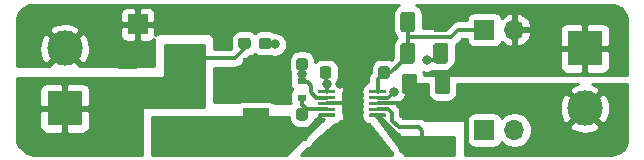
<source format=gtl>
G04 #@! TF.GenerationSoftware,KiCad,Pcbnew,5.1.5-52549c5~84~ubuntu18.04.1*
G04 #@! TF.CreationDate,2020-03-07T05:05:02+05:30*
G04 #@! TF.ProjectId,tps92515_led_driver,74707339-3235-4313-955f-6c65645f6472,rev?*
G04 #@! TF.SameCoordinates,Original*
G04 #@! TF.FileFunction,Copper,L1,Top*
G04 #@! TF.FilePolarity,Positive*
%FSLAX46Y46*%
G04 Gerber Fmt 4.6, Leading zero omitted, Abs format (unit mm)*
G04 Created by KiCad (PCBNEW 5.1.5-52549c5~84~ubuntu18.04.1) date 2020-03-07 05:05:02*
%MOMM*%
%LPD*%
G04 APERTURE LIST*
%ADD10R,1.700000X1.700000*%
%ADD11O,1.700000X1.700000*%
%ADD12C,0.100000*%
%ADD13C,0.500000*%
%ADD14R,1.680000X1.880000*%
%ADD15C,3.000000*%
%ADD16R,3.000000X3.000000*%
%ADD17R,2.300000X2.500000*%
%ADD18R,0.700000X0.600000*%
%ADD19C,0.800000*%
%ADD20C,0.300000*%
%ADD21C,0.254000*%
G04 APERTURE END LIST*
D10*
X118900000Y-80300000D03*
D11*
X150790000Y-80750000D03*
D10*
X148250000Y-80750000D03*
D11*
X150790000Y-89250000D03*
D10*
X148250000Y-89250000D03*
G04 #@! TA.AperFunction,SMDPad,CuDef*
D12*
G36*
X144899504Y-86801204D02*
G01*
X144923773Y-86804804D01*
X144947571Y-86810765D01*
X144970671Y-86819030D01*
X144992849Y-86829520D01*
X145013893Y-86842133D01*
X145033598Y-86856747D01*
X145051777Y-86873223D01*
X145068253Y-86891402D01*
X145082867Y-86911107D01*
X145095480Y-86932151D01*
X145105970Y-86954329D01*
X145114235Y-86977429D01*
X145120196Y-87001227D01*
X145123796Y-87025496D01*
X145125000Y-87050000D01*
X145125000Y-87975000D01*
X145123796Y-87999504D01*
X145120196Y-88023773D01*
X145114235Y-88047571D01*
X145105970Y-88070671D01*
X145095480Y-88092849D01*
X145082867Y-88113893D01*
X145068253Y-88133598D01*
X145051777Y-88151777D01*
X145033598Y-88168253D01*
X145013893Y-88182867D01*
X144992849Y-88195480D01*
X144970671Y-88205970D01*
X144947571Y-88214235D01*
X144923773Y-88220196D01*
X144899504Y-88223796D01*
X144875000Y-88225000D01*
X143625000Y-88225000D01*
X143600496Y-88223796D01*
X143576227Y-88220196D01*
X143552429Y-88214235D01*
X143529329Y-88205970D01*
X143507151Y-88195480D01*
X143486107Y-88182867D01*
X143466402Y-88168253D01*
X143448223Y-88151777D01*
X143431747Y-88133598D01*
X143417133Y-88113893D01*
X143404520Y-88092849D01*
X143394030Y-88070671D01*
X143385765Y-88047571D01*
X143379804Y-88023773D01*
X143376204Y-87999504D01*
X143375000Y-87975000D01*
X143375000Y-87050000D01*
X143376204Y-87025496D01*
X143379804Y-87001227D01*
X143385765Y-86977429D01*
X143394030Y-86954329D01*
X143404520Y-86932151D01*
X143417133Y-86911107D01*
X143431747Y-86891402D01*
X143448223Y-86873223D01*
X143466402Y-86856747D01*
X143486107Y-86842133D01*
X143507151Y-86829520D01*
X143529329Y-86819030D01*
X143552429Y-86810765D01*
X143576227Y-86804804D01*
X143600496Y-86801204D01*
X143625000Y-86800000D01*
X144875000Y-86800000D01*
X144899504Y-86801204D01*
G37*
G04 #@! TD.AperFunction*
G04 #@! TA.AperFunction,SMDPad,CuDef*
G36*
X144899504Y-89776204D02*
G01*
X144923773Y-89779804D01*
X144947571Y-89785765D01*
X144970671Y-89794030D01*
X144992849Y-89804520D01*
X145013893Y-89817133D01*
X145033598Y-89831747D01*
X145051777Y-89848223D01*
X145068253Y-89866402D01*
X145082867Y-89886107D01*
X145095480Y-89907151D01*
X145105970Y-89929329D01*
X145114235Y-89952429D01*
X145120196Y-89976227D01*
X145123796Y-90000496D01*
X145125000Y-90025000D01*
X145125000Y-90950000D01*
X145123796Y-90974504D01*
X145120196Y-90998773D01*
X145114235Y-91022571D01*
X145105970Y-91045671D01*
X145095480Y-91067849D01*
X145082867Y-91088893D01*
X145068253Y-91108598D01*
X145051777Y-91126777D01*
X145033598Y-91143253D01*
X145013893Y-91157867D01*
X144992849Y-91170480D01*
X144970671Y-91180970D01*
X144947571Y-91189235D01*
X144923773Y-91195196D01*
X144899504Y-91198796D01*
X144875000Y-91200000D01*
X143625000Y-91200000D01*
X143600496Y-91198796D01*
X143576227Y-91195196D01*
X143552429Y-91189235D01*
X143529329Y-91180970D01*
X143507151Y-91170480D01*
X143486107Y-91157867D01*
X143466402Y-91143253D01*
X143448223Y-91126777D01*
X143431747Y-91108598D01*
X143417133Y-91088893D01*
X143404520Y-91067849D01*
X143394030Y-91045671D01*
X143385765Y-91022571D01*
X143379804Y-90998773D01*
X143376204Y-90974504D01*
X143375000Y-90950000D01*
X143375000Y-90025000D01*
X143376204Y-90000496D01*
X143379804Y-89976227D01*
X143385765Y-89952429D01*
X143394030Y-89929329D01*
X143404520Y-89907151D01*
X143417133Y-89886107D01*
X143431747Y-89866402D01*
X143448223Y-89848223D01*
X143466402Y-89831747D01*
X143486107Y-89817133D01*
X143507151Y-89804520D01*
X143529329Y-89794030D01*
X143552429Y-89785765D01*
X143576227Y-89779804D01*
X143600496Y-89776204D01*
X143625000Y-89775000D01*
X144875000Y-89775000D01*
X144899504Y-89776204D01*
G37*
G04 #@! TD.AperFunction*
G04 #@! TA.AperFunction,SMDPad,CuDef*
G36*
X142499504Y-86801204D02*
G01*
X142523773Y-86804804D01*
X142547571Y-86810765D01*
X142570671Y-86819030D01*
X142592849Y-86829520D01*
X142613893Y-86842133D01*
X142633598Y-86856747D01*
X142651777Y-86873223D01*
X142668253Y-86891402D01*
X142682867Y-86911107D01*
X142695480Y-86932151D01*
X142705970Y-86954329D01*
X142714235Y-86977429D01*
X142720196Y-87001227D01*
X142723796Y-87025496D01*
X142725000Y-87050000D01*
X142725000Y-87975000D01*
X142723796Y-87999504D01*
X142720196Y-88023773D01*
X142714235Y-88047571D01*
X142705970Y-88070671D01*
X142695480Y-88092849D01*
X142682867Y-88113893D01*
X142668253Y-88133598D01*
X142651777Y-88151777D01*
X142633598Y-88168253D01*
X142613893Y-88182867D01*
X142592849Y-88195480D01*
X142570671Y-88205970D01*
X142547571Y-88214235D01*
X142523773Y-88220196D01*
X142499504Y-88223796D01*
X142475000Y-88225000D01*
X141225000Y-88225000D01*
X141200496Y-88223796D01*
X141176227Y-88220196D01*
X141152429Y-88214235D01*
X141129329Y-88205970D01*
X141107151Y-88195480D01*
X141086107Y-88182867D01*
X141066402Y-88168253D01*
X141048223Y-88151777D01*
X141031747Y-88133598D01*
X141017133Y-88113893D01*
X141004520Y-88092849D01*
X140994030Y-88070671D01*
X140985765Y-88047571D01*
X140979804Y-88023773D01*
X140976204Y-87999504D01*
X140975000Y-87975000D01*
X140975000Y-87050000D01*
X140976204Y-87025496D01*
X140979804Y-87001227D01*
X140985765Y-86977429D01*
X140994030Y-86954329D01*
X141004520Y-86932151D01*
X141017133Y-86911107D01*
X141031747Y-86891402D01*
X141048223Y-86873223D01*
X141066402Y-86856747D01*
X141086107Y-86842133D01*
X141107151Y-86829520D01*
X141129329Y-86819030D01*
X141152429Y-86810765D01*
X141176227Y-86804804D01*
X141200496Y-86801204D01*
X141225000Y-86800000D01*
X142475000Y-86800000D01*
X142499504Y-86801204D01*
G37*
G04 #@! TD.AperFunction*
G04 #@! TA.AperFunction,SMDPad,CuDef*
G36*
X142499504Y-89776204D02*
G01*
X142523773Y-89779804D01*
X142547571Y-89785765D01*
X142570671Y-89794030D01*
X142592849Y-89804520D01*
X142613893Y-89817133D01*
X142633598Y-89831747D01*
X142651777Y-89848223D01*
X142668253Y-89866402D01*
X142682867Y-89886107D01*
X142695480Y-89907151D01*
X142705970Y-89929329D01*
X142714235Y-89952429D01*
X142720196Y-89976227D01*
X142723796Y-90000496D01*
X142725000Y-90025000D01*
X142725000Y-90950000D01*
X142723796Y-90974504D01*
X142720196Y-90998773D01*
X142714235Y-91022571D01*
X142705970Y-91045671D01*
X142695480Y-91067849D01*
X142682867Y-91088893D01*
X142668253Y-91108598D01*
X142651777Y-91126777D01*
X142633598Y-91143253D01*
X142613893Y-91157867D01*
X142592849Y-91170480D01*
X142570671Y-91180970D01*
X142547571Y-91189235D01*
X142523773Y-91195196D01*
X142499504Y-91198796D01*
X142475000Y-91200000D01*
X141225000Y-91200000D01*
X141200496Y-91198796D01*
X141176227Y-91195196D01*
X141152429Y-91189235D01*
X141129329Y-91180970D01*
X141107151Y-91170480D01*
X141086107Y-91157867D01*
X141066402Y-91143253D01*
X141048223Y-91126777D01*
X141031747Y-91108598D01*
X141017133Y-91088893D01*
X141004520Y-91067849D01*
X140994030Y-91045671D01*
X140985765Y-91022571D01*
X140979804Y-90998773D01*
X140976204Y-90974504D01*
X140975000Y-90950000D01*
X140975000Y-90025000D01*
X140976204Y-90000496D01*
X140979804Y-89976227D01*
X140985765Y-89952429D01*
X140994030Y-89929329D01*
X141004520Y-89907151D01*
X141017133Y-89886107D01*
X141031747Y-89866402D01*
X141048223Y-89848223D01*
X141066402Y-89831747D01*
X141086107Y-89817133D01*
X141107151Y-89804520D01*
X141129329Y-89794030D01*
X141152429Y-89785765D01*
X141176227Y-89779804D01*
X141200496Y-89776204D01*
X141225000Y-89775000D01*
X142475000Y-89775000D01*
X142499504Y-89776204D01*
G37*
G04 #@! TD.AperFunction*
D13*
X137600000Y-87650000D03*
X136500000Y-87650000D03*
X137600000Y-86350000D03*
X136500000Y-86350000D03*
D14*
X137050000Y-87000000D03*
G04 #@! TA.AperFunction,SMDPad,CuDef*
D12*
G36*
X139857351Y-85850361D02*
G01*
X139864632Y-85851441D01*
X139871771Y-85853229D01*
X139878701Y-85855709D01*
X139885355Y-85858856D01*
X139891668Y-85862640D01*
X139897579Y-85867024D01*
X139903033Y-85871967D01*
X139907976Y-85877421D01*
X139912360Y-85883332D01*
X139916144Y-85889645D01*
X139919291Y-85896299D01*
X139921771Y-85903229D01*
X139923559Y-85910368D01*
X139924639Y-85917649D01*
X139925000Y-85925000D01*
X139925000Y-86075000D01*
X139924639Y-86082351D01*
X139923559Y-86089632D01*
X139921771Y-86096771D01*
X139919291Y-86103701D01*
X139916144Y-86110355D01*
X139912360Y-86116668D01*
X139907976Y-86122579D01*
X139903033Y-86128033D01*
X139897579Y-86132976D01*
X139891668Y-86137360D01*
X139885355Y-86141144D01*
X139878701Y-86144291D01*
X139871771Y-86146771D01*
X139864632Y-86148559D01*
X139857351Y-86149639D01*
X139850000Y-86150000D01*
X138550000Y-86150000D01*
X138542649Y-86149639D01*
X138535368Y-86148559D01*
X138528229Y-86146771D01*
X138521299Y-86144291D01*
X138514645Y-86141144D01*
X138508332Y-86137360D01*
X138502421Y-86132976D01*
X138496967Y-86128033D01*
X138492024Y-86122579D01*
X138487640Y-86116668D01*
X138483856Y-86110355D01*
X138480709Y-86103701D01*
X138478229Y-86096771D01*
X138476441Y-86089632D01*
X138475361Y-86082351D01*
X138475000Y-86075000D01*
X138475000Y-85925000D01*
X138475361Y-85917649D01*
X138476441Y-85910368D01*
X138478229Y-85903229D01*
X138480709Y-85896299D01*
X138483856Y-85889645D01*
X138487640Y-85883332D01*
X138492024Y-85877421D01*
X138496967Y-85871967D01*
X138502421Y-85867024D01*
X138508332Y-85862640D01*
X138514645Y-85858856D01*
X138521299Y-85855709D01*
X138528229Y-85853229D01*
X138535368Y-85851441D01*
X138542649Y-85850361D01*
X138550000Y-85850000D01*
X139850000Y-85850000D01*
X139857351Y-85850361D01*
G37*
G04 #@! TD.AperFunction*
G04 #@! TA.AperFunction,SMDPad,CuDef*
G36*
X139857351Y-86350361D02*
G01*
X139864632Y-86351441D01*
X139871771Y-86353229D01*
X139878701Y-86355709D01*
X139885355Y-86358856D01*
X139891668Y-86362640D01*
X139897579Y-86367024D01*
X139903033Y-86371967D01*
X139907976Y-86377421D01*
X139912360Y-86383332D01*
X139916144Y-86389645D01*
X139919291Y-86396299D01*
X139921771Y-86403229D01*
X139923559Y-86410368D01*
X139924639Y-86417649D01*
X139925000Y-86425000D01*
X139925000Y-86575000D01*
X139924639Y-86582351D01*
X139923559Y-86589632D01*
X139921771Y-86596771D01*
X139919291Y-86603701D01*
X139916144Y-86610355D01*
X139912360Y-86616668D01*
X139907976Y-86622579D01*
X139903033Y-86628033D01*
X139897579Y-86632976D01*
X139891668Y-86637360D01*
X139885355Y-86641144D01*
X139878701Y-86644291D01*
X139871771Y-86646771D01*
X139864632Y-86648559D01*
X139857351Y-86649639D01*
X139850000Y-86650000D01*
X138550000Y-86650000D01*
X138542649Y-86649639D01*
X138535368Y-86648559D01*
X138528229Y-86646771D01*
X138521299Y-86644291D01*
X138514645Y-86641144D01*
X138508332Y-86637360D01*
X138502421Y-86632976D01*
X138496967Y-86628033D01*
X138492024Y-86622579D01*
X138487640Y-86616668D01*
X138483856Y-86610355D01*
X138480709Y-86603701D01*
X138478229Y-86596771D01*
X138476441Y-86589632D01*
X138475361Y-86582351D01*
X138475000Y-86575000D01*
X138475000Y-86425000D01*
X138475361Y-86417649D01*
X138476441Y-86410368D01*
X138478229Y-86403229D01*
X138480709Y-86396299D01*
X138483856Y-86389645D01*
X138487640Y-86383332D01*
X138492024Y-86377421D01*
X138496967Y-86371967D01*
X138502421Y-86367024D01*
X138508332Y-86362640D01*
X138514645Y-86358856D01*
X138521299Y-86355709D01*
X138528229Y-86353229D01*
X138535368Y-86351441D01*
X138542649Y-86350361D01*
X138550000Y-86350000D01*
X139850000Y-86350000D01*
X139857351Y-86350361D01*
G37*
G04 #@! TD.AperFunction*
G04 #@! TA.AperFunction,SMDPad,CuDef*
G36*
X139857351Y-86850361D02*
G01*
X139864632Y-86851441D01*
X139871771Y-86853229D01*
X139878701Y-86855709D01*
X139885355Y-86858856D01*
X139891668Y-86862640D01*
X139897579Y-86867024D01*
X139903033Y-86871967D01*
X139907976Y-86877421D01*
X139912360Y-86883332D01*
X139916144Y-86889645D01*
X139919291Y-86896299D01*
X139921771Y-86903229D01*
X139923559Y-86910368D01*
X139924639Y-86917649D01*
X139925000Y-86925000D01*
X139925000Y-87075000D01*
X139924639Y-87082351D01*
X139923559Y-87089632D01*
X139921771Y-87096771D01*
X139919291Y-87103701D01*
X139916144Y-87110355D01*
X139912360Y-87116668D01*
X139907976Y-87122579D01*
X139903033Y-87128033D01*
X139897579Y-87132976D01*
X139891668Y-87137360D01*
X139885355Y-87141144D01*
X139878701Y-87144291D01*
X139871771Y-87146771D01*
X139864632Y-87148559D01*
X139857351Y-87149639D01*
X139850000Y-87150000D01*
X138550000Y-87150000D01*
X138542649Y-87149639D01*
X138535368Y-87148559D01*
X138528229Y-87146771D01*
X138521299Y-87144291D01*
X138514645Y-87141144D01*
X138508332Y-87137360D01*
X138502421Y-87132976D01*
X138496967Y-87128033D01*
X138492024Y-87122579D01*
X138487640Y-87116668D01*
X138483856Y-87110355D01*
X138480709Y-87103701D01*
X138478229Y-87096771D01*
X138476441Y-87089632D01*
X138475361Y-87082351D01*
X138475000Y-87075000D01*
X138475000Y-86925000D01*
X138475361Y-86917649D01*
X138476441Y-86910368D01*
X138478229Y-86903229D01*
X138480709Y-86896299D01*
X138483856Y-86889645D01*
X138487640Y-86883332D01*
X138492024Y-86877421D01*
X138496967Y-86871967D01*
X138502421Y-86867024D01*
X138508332Y-86862640D01*
X138514645Y-86858856D01*
X138521299Y-86855709D01*
X138528229Y-86853229D01*
X138535368Y-86851441D01*
X138542649Y-86850361D01*
X138550000Y-86850000D01*
X139850000Y-86850000D01*
X139857351Y-86850361D01*
G37*
G04 #@! TD.AperFunction*
G04 #@! TA.AperFunction,SMDPad,CuDef*
G36*
X139857351Y-87350361D02*
G01*
X139864632Y-87351441D01*
X139871771Y-87353229D01*
X139878701Y-87355709D01*
X139885355Y-87358856D01*
X139891668Y-87362640D01*
X139897579Y-87367024D01*
X139903033Y-87371967D01*
X139907976Y-87377421D01*
X139912360Y-87383332D01*
X139916144Y-87389645D01*
X139919291Y-87396299D01*
X139921771Y-87403229D01*
X139923559Y-87410368D01*
X139924639Y-87417649D01*
X139925000Y-87425000D01*
X139925000Y-87575000D01*
X139924639Y-87582351D01*
X139923559Y-87589632D01*
X139921771Y-87596771D01*
X139919291Y-87603701D01*
X139916144Y-87610355D01*
X139912360Y-87616668D01*
X139907976Y-87622579D01*
X139903033Y-87628033D01*
X139897579Y-87632976D01*
X139891668Y-87637360D01*
X139885355Y-87641144D01*
X139878701Y-87644291D01*
X139871771Y-87646771D01*
X139864632Y-87648559D01*
X139857351Y-87649639D01*
X139850000Y-87650000D01*
X138550000Y-87650000D01*
X138542649Y-87649639D01*
X138535368Y-87648559D01*
X138528229Y-87646771D01*
X138521299Y-87644291D01*
X138514645Y-87641144D01*
X138508332Y-87637360D01*
X138502421Y-87632976D01*
X138496967Y-87628033D01*
X138492024Y-87622579D01*
X138487640Y-87616668D01*
X138483856Y-87610355D01*
X138480709Y-87603701D01*
X138478229Y-87596771D01*
X138476441Y-87589632D01*
X138475361Y-87582351D01*
X138475000Y-87575000D01*
X138475000Y-87425000D01*
X138475361Y-87417649D01*
X138476441Y-87410368D01*
X138478229Y-87403229D01*
X138480709Y-87396299D01*
X138483856Y-87389645D01*
X138487640Y-87383332D01*
X138492024Y-87377421D01*
X138496967Y-87371967D01*
X138502421Y-87367024D01*
X138508332Y-87362640D01*
X138514645Y-87358856D01*
X138521299Y-87355709D01*
X138528229Y-87353229D01*
X138535368Y-87351441D01*
X138542649Y-87350361D01*
X138550000Y-87350000D01*
X139850000Y-87350000D01*
X139857351Y-87350361D01*
G37*
G04 #@! TD.AperFunction*
G04 #@! TA.AperFunction,SMDPad,CuDef*
G36*
X139857351Y-87850361D02*
G01*
X139864632Y-87851441D01*
X139871771Y-87853229D01*
X139878701Y-87855709D01*
X139885355Y-87858856D01*
X139891668Y-87862640D01*
X139897579Y-87867024D01*
X139903033Y-87871967D01*
X139907976Y-87877421D01*
X139912360Y-87883332D01*
X139916144Y-87889645D01*
X139919291Y-87896299D01*
X139921771Y-87903229D01*
X139923559Y-87910368D01*
X139924639Y-87917649D01*
X139925000Y-87925000D01*
X139925000Y-88075000D01*
X139924639Y-88082351D01*
X139923559Y-88089632D01*
X139921771Y-88096771D01*
X139919291Y-88103701D01*
X139916144Y-88110355D01*
X139912360Y-88116668D01*
X139907976Y-88122579D01*
X139903033Y-88128033D01*
X139897579Y-88132976D01*
X139891668Y-88137360D01*
X139885355Y-88141144D01*
X139878701Y-88144291D01*
X139871771Y-88146771D01*
X139864632Y-88148559D01*
X139857351Y-88149639D01*
X139850000Y-88150000D01*
X138550000Y-88150000D01*
X138542649Y-88149639D01*
X138535368Y-88148559D01*
X138528229Y-88146771D01*
X138521299Y-88144291D01*
X138514645Y-88141144D01*
X138508332Y-88137360D01*
X138502421Y-88132976D01*
X138496967Y-88128033D01*
X138492024Y-88122579D01*
X138487640Y-88116668D01*
X138483856Y-88110355D01*
X138480709Y-88103701D01*
X138478229Y-88096771D01*
X138476441Y-88089632D01*
X138475361Y-88082351D01*
X138475000Y-88075000D01*
X138475000Y-87925000D01*
X138475361Y-87917649D01*
X138476441Y-87910368D01*
X138478229Y-87903229D01*
X138480709Y-87896299D01*
X138483856Y-87889645D01*
X138487640Y-87883332D01*
X138492024Y-87877421D01*
X138496967Y-87871967D01*
X138502421Y-87867024D01*
X138508332Y-87862640D01*
X138514645Y-87858856D01*
X138521299Y-87855709D01*
X138528229Y-87853229D01*
X138535368Y-87851441D01*
X138542649Y-87850361D01*
X138550000Y-87850000D01*
X139850000Y-87850000D01*
X139857351Y-87850361D01*
G37*
G04 #@! TD.AperFunction*
G04 #@! TA.AperFunction,SMDPad,CuDef*
G36*
X135557351Y-87850361D02*
G01*
X135564632Y-87851441D01*
X135571771Y-87853229D01*
X135578701Y-87855709D01*
X135585355Y-87858856D01*
X135591668Y-87862640D01*
X135597579Y-87867024D01*
X135603033Y-87871967D01*
X135607976Y-87877421D01*
X135612360Y-87883332D01*
X135616144Y-87889645D01*
X135619291Y-87896299D01*
X135621771Y-87903229D01*
X135623559Y-87910368D01*
X135624639Y-87917649D01*
X135625000Y-87925000D01*
X135625000Y-88075000D01*
X135624639Y-88082351D01*
X135623559Y-88089632D01*
X135621771Y-88096771D01*
X135619291Y-88103701D01*
X135616144Y-88110355D01*
X135612360Y-88116668D01*
X135607976Y-88122579D01*
X135603033Y-88128033D01*
X135597579Y-88132976D01*
X135591668Y-88137360D01*
X135585355Y-88141144D01*
X135578701Y-88144291D01*
X135571771Y-88146771D01*
X135564632Y-88148559D01*
X135557351Y-88149639D01*
X135550000Y-88150000D01*
X134250000Y-88150000D01*
X134242649Y-88149639D01*
X134235368Y-88148559D01*
X134228229Y-88146771D01*
X134221299Y-88144291D01*
X134214645Y-88141144D01*
X134208332Y-88137360D01*
X134202421Y-88132976D01*
X134196967Y-88128033D01*
X134192024Y-88122579D01*
X134187640Y-88116668D01*
X134183856Y-88110355D01*
X134180709Y-88103701D01*
X134178229Y-88096771D01*
X134176441Y-88089632D01*
X134175361Y-88082351D01*
X134175000Y-88075000D01*
X134175000Y-87925000D01*
X134175361Y-87917649D01*
X134176441Y-87910368D01*
X134178229Y-87903229D01*
X134180709Y-87896299D01*
X134183856Y-87889645D01*
X134187640Y-87883332D01*
X134192024Y-87877421D01*
X134196967Y-87871967D01*
X134202421Y-87867024D01*
X134208332Y-87862640D01*
X134214645Y-87858856D01*
X134221299Y-87855709D01*
X134228229Y-87853229D01*
X134235368Y-87851441D01*
X134242649Y-87850361D01*
X134250000Y-87850000D01*
X135550000Y-87850000D01*
X135557351Y-87850361D01*
G37*
G04 #@! TD.AperFunction*
G04 #@! TA.AperFunction,SMDPad,CuDef*
G36*
X135557351Y-87350361D02*
G01*
X135564632Y-87351441D01*
X135571771Y-87353229D01*
X135578701Y-87355709D01*
X135585355Y-87358856D01*
X135591668Y-87362640D01*
X135597579Y-87367024D01*
X135603033Y-87371967D01*
X135607976Y-87377421D01*
X135612360Y-87383332D01*
X135616144Y-87389645D01*
X135619291Y-87396299D01*
X135621771Y-87403229D01*
X135623559Y-87410368D01*
X135624639Y-87417649D01*
X135625000Y-87425000D01*
X135625000Y-87575000D01*
X135624639Y-87582351D01*
X135623559Y-87589632D01*
X135621771Y-87596771D01*
X135619291Y-87603701D01*
X135616144Y-87610355D01*
X135612360Y-87616668D01*
X135607976Y-87622579D01*
X135603033Y-87628033D01*
X135597579Y-87632976D01*
X135591668Y-87637360D01*
X135585355Y-87641144D01*
X135578701Y-87644291D01*
X135571771Y-87646771D01*
X135564632Y-87648559D01*
X135557351Y-87649639D01*
X135550000Y-87650000D01*
X134250000Y-87650000D01*
X134242649Y-87649639D01*
X134235368Y-87648559D01*
X134228229Y-87646771D01*
X134221299Y-87644291D01*
X134214645Y-87641144D01*
X134208332Y-87637360D01*
X134202421Y-87632976D01*
X134196967Y-87628033D01*
X134192024Y-87622579D01*
X134187640Y-87616668D01*
X134183856Y-87610355D01*
X134180709Y-87603701D01*
X134178229Y-87596771D01*
X134176441Y-87589632D01*
X134175361Y-87582351D01*
X134175000Y-87575000D01*
X134175000Y-87425000D01*
X134175361Y-87417649D01*
X134176441Y-87410368D01*
X134178229Y-87403229D01*
X134180709Y-87396299D01*
X134183856Y-87389645D01*
X134187640Y-87383332D01*
X134192024Y-87377421D01*
X134196967Y-87371967D01*
X134202421Y-87367024D01*
X134208332Y-87362640D01*
X134214645Y-87358856D01*
X134221299Y-87355709D01*
X134228229Y-87353229D01*
X134235368Y-87351441D01*
X134242649Y-87350361D01*
X134250000Y-87350000D01*
X135550000Y-87350000D01*
X135557351Y-87350361D01*
G37*
G04 #@! TD.AperFunction*
G04 #@! TA.AperFunction,SMDPad,CuDef*
G36*
X135557351Y-86850361D02*
G01*
X135564632Y-86851441D01*
X135571771Y-86853229D01*
X135578701Y-86855709D01*
X135585355Y-86858856D01*
X135591668Y-86862640D01*
X135597579Y-86867024D01*
X135603033Y-86871967D01*
X135607976Y-86877421D01*
X135612360Y-86883332D01*
X135616144Y-86889645D01*
X135619291Y-86896299D01*
X135621771Y-86903229D01*
X135623559Y-86910368D01*
X135624639Y-86917649D01*
X135625000Y-86925000D01*
X135625000Y-87075000D01*
X135624639Y-87082351D01*
X135623559Y-87089632D01*
X135621771Y-87096771D01*
X135619291Y-87103701D01*
X135616144Y-87110355D01*
X135612360Y-87116668D01*
X135607976Y-87122579D01*
X135603033Y-87128033D01*
X135597579Y-87132976D01*
X135591668Y-87137360D01*
X135585355Y-87141144D01*
X135578701Y-87144291D01*
X135571771Y-87146771D01*
X135564632Y-87148559D01*
X135557351Y-87149639D01*
X135550000Y-87150000D01*
X134250000Y-87150000D01*
X134242649Y-87149639D01*
X134235368Y-87148559D01*
X134228229Y-87146771D01*
X134221299Y-87144291D01*
X134214645Y-87141144D01*
X134208332Y-87137360D01*
X134202421Y-87132976D01*
X134196967Y-87128033D01*
X134192024Y-87122579D01*
X134187640Y-87116668D01*
X134183856Y-87110355D01*
X134180709Y-87103701D01*
X134178229Y-87096771D01*
X134176441Y-87089632D01*
X134175361Y-87082351D01*
X134175000Y-87075000D01*
X134175000Y-86925000D01*
X134175361Y-86917649D01*
X134176441Y-86910368D01*
X134178229Y-86903229D01*
X134180709Y-86896299D01*
X134183856Y-86889645D01*
X134187640Y-86883332D01*
X134192024Y-86877421D01*
X134196967Y-86871967D01*
X134202421Y-86867024D01*
X134208332Y-86862640D01*
X134214645Y-86858856D01*
X134221299Y-86855709D01*
X134228229Y-86853229D01*
X134235368Y-86851441D01*
X134242649Y-86850361D01*
X134250000Y-86850000D01*
X135550000Y-86850000D01*
X135557351Y-86850361D01*
G37*
G04 #@! TD.AperFunction*
G04 #@! TA.AperFunction,SMDPad,CuDef*
G36*
X135557351Y-86350361D02*
G01*
X135564632Y-86351441D01*
X135571771Y-86353229D01*
X135578701Y-86355709D01*
X135585355Y-86358856D01*
X135591668Y-86362640D01*
X135597579Y-86367024D01*
X135603033Y-86371967D01*
X135607976Y-86377421D01*
X135612360Y-86383332D01*
X135616144Y-86389645D01*
X135619291Y-86396299D01*
X135621771Y-86403229D01*
X135623559Y-86410368D01*
X135624639Y-86417649D01*
X135625000Y-86425000D01*
X135625000Y-86575000D01*
X135624639Y-86582351D01*
X135623559Y-86589632D01*
X135621771Y-86596771D01*
X135619291Y-86603701D01*
X135616144Y-86610355D01*
X135612360Y-86616668D01*
X135607976Y-86622579D01*
X135603033Y-86628033D01*
X135597579Y-86632976D01*
X135591668Y-86637360D01*
X135585355Y-86641144D01*
X135578701Y-86644291D01*
X135571771Y-86646771D01*
X135564632Y-86648559D01*
X135557351Y-86649639D01*
X135550000Y-86650000D01*
X134250000Y-86650000D01*
X134242649Y-86649639D01*
X134235368Y-86648559D01*
X134228229Y-86646771D01*
X134221299Y-86644291D01*
X134214645Y-86641144D01*
X134208332Y-86637360D01*
X134202421Y-86632976D01*
X134196967Y-86628033D01*
X134192024Y-86622579D01*
X134187640Y-86616668D01*
X134183856Y-86610355D01*
X134180709Y-86603701D01*
X134178229Y-86596771D01*
X134176441Y-86589632D01*
X134175361Y-86582351D01*
X134175000Y-86575000D01*
X134175000Y-86425000D01*
X134175361Y-86417649D01*
X134176441Y-86410368D01*
X134178229Y-86403229D01*
X134180709Y-86396299D01*
X134183856Y-86389645D01*
X134187640Y-86383332D01*
X134192024Y-86377421D01*
X134196967Y-86371967D01*
X134202421Y-86367024D01*
X134208332Y-86362640D01*
X134214645Y-86358856D01*
X134221299Y-86355709D01*
X134228229Y-86353229D01*
X134235368Y-86351441D01*
X134242649Y-86350361D01*
X134250000Y-86350000D01*
X135550000Y-86350000D01*
X135557351Y-86350361D01*
G37*
G04 #@! TD.AperFunction*
G04 #@! TA.AperFunction,SMDPad,CuDef*
G36*
X135557351Y-85850361D02*
G01*
X135564632Y-85851441D01*
X135571771Y-85853229D01*
X135578701Y-85855709D01*
X135585355Y-85858856D01*
X135591668Y-85862640D01*
X135597579Y-85867024D01*
X135603033Y-85871967D01*
X135607976Y-85877421D01*
X135612360Y-85883332D01*
X135616144Y-85889645D01*
X135619291Y-85896299D01*
X135621771Y-85903229D01*
X135623559Y-85910368D01*
X135624639Y-85917649D01*
X135625000Y-85925000D01*
X135625000Y-86075000D01*
X135624639Y-86082351D01*
X135623559Y-86089632D01*
X135621771Y-86096771D01*
X135619291Y-86103701D01*
X135616144Y-86110355D01*
X135612360Y-86116668D01*
X135607976Y-86122579D01*
X135603033Y-86128033D01*
X135597579Y-86132976D01*
X135591668Y-86137360D01*
X135585355Y-86141144D01*
X135578701Y-86144291D01*
X135571771Y-86146771D01*
X135564632Y-86148559D01*
X135557351Y-86149639D01*
X135550000Y-86150000D01*
X134250000Y-86150000D01*
X134242649Y-86149639D01*
X134235368Y-86148559D01*
X134228229Y-86146771D01*
X134221299Y-86144291D01*
X134214645Y-86141144D01*
X134208332Y-86137360D01*
X134202421Y-86132976D01*
X134196967Y-86128033D01*
X134192024Y-86122579D01*
X134187640Y-86116668D01*
X134183856Y-86110355D01*
X134180709Y-86103701D01*
X134178229Y-86096771D01*
X134176441Y-86089632D01*
X134175361Y-86082351D01*
X134175000Y-86075000D01*
X134175000Y-85925000D01*
X134175361Y-85917649D01*
X134176441Y-85910368D01*
X134178229Y-85903229D01*
X134180709Y-85896299D01*
X134183856Y-85889645D01*
X134187640Y-85883332D01*
X134192024Y-85877421D01*
X134196967Y-85871967D01*
X134202421Y-85867024D01*
X134208332Y-85862640D01*
X134214645Y-85858856D01*
X134221299Y-85855709D01*
X134228229Y-85853229D01*
X134235368Y-85851441D01*
X134242649Y-85850361D01*
X134250000Y-85850000D01*
X135550000Y-85850000D01*
X135557351Y-85850361D01*
G37*
G04 #@! TD.AperFunction*
G04 #@! TA.AperFunction,SMDPad,CuDef*
G36*
X142149504Y-79226204D02*
G01*
X142173773Y-79229804D01*
X142197571Y-79235765D01*
X142220671Y-79244030D01*
X142242849Y-79254520D01*
X142263893Y-79267133D01*
X142283598Y-79281747D01*
X142301777Y-79298223D01*
X142318253Y-79316402D01*
X142332867Y-79336107D01*
X142345480Y-79357151D01*
X142355970Y-79379329D01*
X142364235Y-79402429D01*
X142370196Y-79426227D01*
X142373796Y-79450496D01*
X142375000Y-79475000D01*
X142375000Y-80725000D01*
X142373796Y-80749504D01*
X142370196Y-80773773D01*
X142364235Y-80797571D01*
X142355970Y-80820671D01*
X142345480Y-80842849D01*
X142332867Y-80863893D01*
X142318253Y-80883598D01*
X142301777Y-80901777D01*
X142283598Y-80918253D01*
X142263893Y-80932867D01*
X142242849Y-80945480D01*
X142220671Y-80955970D01*
X142197571Y-80964235D01*
X142173773Y-80970196D01*
X142149504Y-80973796D01*
X142125000Y-80975000D01*
X141375000Y-80975000D01*
X141350496Y-80973796D01*
X141326227Y-80970196D01*
X141302429Y-80964235D01*
X141279329Y-80955970D01*
X141257151Y-80945480D01*
X141236107Y-80932867D01*
X141216402Y-80918253D01*
X141198223Y-80901777D01*
X141181747Y-80883598D01*
X141167133Y-80863893D01*
X141154520Y-80842849D01*
X141144030Y-80820671D01*
X141135765Y-80797571D01*
X141129804Y-80773773D01*
X141126204Y-80749504D01*
X141125000Y-80725000D01*
X141125000Y-79475000D01*
X141126204Y-79450496D01*
X141129804Y-79426227D01*
X141135765Y-79402429D01*
X141144030Y-79379329D01*
X141154520Y-79357151D01*
X141167133Y-79336107D01*
X141181747Y-79316402D01*
X141198223Y-79298223D01*
X141216402Y-79281747D01*
X141236107Y-79267133D01*
X141257151Y-79254520D01*
X141279329Y-79244030D01*
X141302429Y-79235765D01*
X141326227Y-79229804D01*
X141350496Y-79226204D01*
X141375000Y-79225000D01*
X142125000Y-79225000D01*
X142149504Y-79226204D01*
G37*
G04 #@! TD.AperFunction*
G04 #@! TA.AperFunction,SMDPad,CuDef*
G36*
X144949504Y-79226204D02*
G01*
X144973773Y-79229804D01*
X144997571Y-79235765D01*
X145020671Y-79244030D01*
X145042849Y-79254520D01*
X145063893Y-79267133D01*
X145083598Y-79281747D01*
X145101777Y-79298223D01*
X145118253Y-79316402D01*
X145132867Y-79336107D01*
X145145480Y-79357151D01*
X145155970Y-79379329D01*
X145164235Y-79402429D01*
X145170196Y-79426227D01*
X145173796Y-79450496D01*
X145175000Y-79475000D01*
X145175000Y-80725000D01*
X145173796Y-80749504D01*
X145170196Y-80773773D01*
X145164235Y-80797571D01*
X145155970Y-80820671D01*
X145145480Y-80842849D01*
X145132867Y-80863893D01*
X145118253Y-80883598D01*
X145101777Y-80901777D01*
X145083598Y-80918253D01*
X145063893Y-80932867D01*
X145042849Y-80945480D01*
X145020671Y-80955970D01*
X144997571Y-80964235D01*
X144973773Y-80970196D01*
X144949504Y-80973796D01*
X144925000Y-80975000D01*
X144175000Y-80975000D01*
X144150496Y-80973796D01*
X144126227Y-80970196D01*
X144102429Y-80964235D01*
X144079329Y-80955970D01*
X144057151Y-80945480D01*
X144036107Y-80932867D01*
X144016402Y-80918253D01*
X143998223Y-80901777D01*
X143981747Y-80883598D01*
X143967133Y-80863893D01*
X143954520Y-80842849D01*
X143944030Y-80820671D01*
X143935765Y-80797571D01*
X143929804Y-80773773D01*
X143926204Y-80749504D01*
X143925000Y-80725000D01*
X143925000Y-79475000D01*
X143926204Y-79450496D01*
X143929804Y-79426227D01*
X143935765Y-79402429D01*
X143944030Y-79379329D01*
X143954520Y-79357151D01*
X143967133Y-79336107D01*
X143981747Y-79316402D01*
X143998223Y-79298223D01*
X144016402Y-79281747D01*
X144036107Y-79267133D01*
X144057151Y-79254520D01*
X144079329Y-79244030D01*
X144102429Y-79235765D01*
X144126227Y-79229804D01*
X144150496Y-79226204D01*
X144175000Y-79225000D01*
X144925000Y-79225000D01*
X144949504Y-79226204D01*
G37*
G04 #@! TD.AperFunction*
G04 #@! TA.AperFunction,SMDPad,CuDef*
G36*
X128235779Y-81426144D02*
G01*
X128258834Y-81429563D01*
X128281443Y-81435227D01*
X128303387Y-81443079D01*
X128324457Y-81453044D01*
X128344448Y-81465026D01*
X128363168Y-81478910D01*
X128380438Y-81494562D01*
X128396090Y-81511832D01*
X128409974Y-81530552D01*
X128421956Y-81550543D01*
X128431921Y-81571613D01*
X128439773Y-81593557D01*
X128445437Y-81616166D01*
X128448856Y-81639221D01*
X128450000Y-81662500D01*
X128450000Y-82137500D01*
X128448856Y-82160779D01*
X128445437Y-82183834D01*
X128439773Y-82206443D01*
X128431921Y-82228387D01*
X128421956Y-82249457D01*
X128409974Y-82269448D01*
X128396090Y-82288168D01*
X128380438Y-82305438D01*
X128363168Y-82321090D01*
X128344448Y-82334974D01*
X128324457Y-82346956D01*
X128303387Y-82356921D01*
X128281443Y-82364773D01*
X128258834Y-82370437D01*
X128235779Y-82373856D01*
X128212500Y-82375000D01*
X127637500Y-82375000D01*
X127614221Y-82373856D01*
X127591166Y-82370437D01*
X127568557Y-82364773D01*
X127546613Y-82356921D01*
X127525543Y-82346956D01*
X127505552Y-82334974D01*
X127486832Y-82321090D01*
X127469562Y-82305438D01*
X127453910Y-82288168D01*
X127440026Y-82269448D01*
X127428044Y-82249457D01*
X127418079Y-82228387D01*
X127410227Y-82206443D01*
X127404563Y-82183834D01*
X127401144Y-82160779D01*
X127400000Y-82137500D01*
X127400000Y-81662500D01*
X127401144Y-81639221D01*
X127404563Y-81616166D01*
X127410227Y-81593557D01*
X127418079Y-81571613D01*
X127428044Y-81550543D01*
X127440026Y-81530552D01*
X127453910Y-81511832D01*
X127469562Y-81494562D01*
X127486832Y-81478910D01*
X127505552Y-81465026D01*
X127525543Y-81453044D01*
X127546613Y-81443079D01*
X127568557Y-81435227D01*
X127591166Y-81429563D01*
X127614221Y-81426144D01*
X127637500Y-81425000D01*
X128212500Y-81425000D01*
X128235779Y-81426144D01*
G37*
G04 #@! TD.AperFunction*
G04 #@! TA.AperFunction,SMDPad,CuDef*
G36*
X129985779Y-81426144D02*
G01*
X130008834Y-81429563D01*
X130031443Y-81435227D01*
X130053387Y-81443079D01*
X130074457Y-81453044D01*
X130094448Y-81465026D01*
X130113168Y-81478910D01*
X130130438Y-81494562D01*
X130146090Y-81511832D01*
X130159974Y-81530552D01*
X130171956Y-81550543D01*
X130181921Y-81571613D01*
X130189773Y-81593557D01*
X130195437Y-81616166D01*
X130198856Y-81639221D01*
X130200000Y-81662500D01*
X130200000Y-82137500D01*
X130198856Y-82160779D01*
X130195437Y-82183834D01*
X130189773Y-82206443D01*
X130181921Y-82228387D01*
X130171956Y-82249457D01*
X130159974Y-82269448D01*
X130146090Y-82288168D01*
X130130438Y-82305438D01*
X130113168Y-82321090D01*
X130094448Y-82334974D01*
X130074457Y-82346956D01*
X130053387Y-82356921D01*
X130031443Y-82364773D01*
X130008834Y-82370437D01*
X129985779Y-82373856D01*
X129962500Y-82375000D01*
X129387500Y-82375000D01*
X129364221Y-82373856D01*
X129341166Y-82370437D01*
X129318557Y-82364773D01*
X129296613Y-82356921D01*
X129275543Y-82346956D01*
X129255552Y-82334974D01*
X129236832Y-82321090D01*
X129219562Y-82305438D01*
X129203910Y-82288168D01*
X129190026Y-82269448D01*
X129178044Y-82249457D01*
X129168079Y-82228387D01*
X129160227Y-82206443D01*
X129154563Y-82183834D01*
X129151144Y-82160779D01*
X129150000Y-82137500D01*
X129150000Y-81662500D01*
X129151144Y-81639221D01*
X129154563Y-81616166D01*
X129160227Y-81593557D01*
X129168079Y-81571613D01*
X129178044Y-81550543D01*
X129190026Y-81530552D01*
X129203910Y-81511832D01*
X129219562Y-81494562D01*
X129236832Y-81478910D01*
X129255552Y-81465026D01*
X129275543Y-81453044D01*
X129296613Y-81443079D01*
X129318557Y-81435227D01*
X129341166Y-81429563D01*
X129364221Y-81426144D01*
X129387500Y-81425000D01*
X129962500Y-81425000D01*
X129985779Y-81426144D01*
G37*
G04 #@! TD.AperFunction*
G04 #@! TA.AperFunction,SMDPad,CuDef*
G36*
X144949504Y-81876204D02*
G01*
X144973773Y-81879804D01*
X144997571Y-81885765D01*
X145020671Y-81894030D01*
X145042849Y-81904520D01*
X145063893Y-81917133D01*
X145083598Y-81931747D01*
X145101777Y-81948223D01*
X145118253Y-81966402D01*
X145132867Y-81986107D01*
X145145480Y-82007151D01*
X145155970Y-82029329D01*
X145164235Y-82052429D01*
X145170196Y-82076227D01*
X145173796Y-82100496D01*
X145175000Y-82125000D01*
X145175000Y-83375000D01*
X145173796Y-83399504D01*
X145170196Y-83423773D01*
X145164235Y-83447571D01*
X145155970Y-83470671D01*
X145145480Y-83492849D01*
X145132867Y-83513893D01*
X145118253Y-83533598D01*
X145101777Y-83551777D01*
X145083598Y-83568253D01*
X145063893Y-83582867D01*
X145042849Y-83595480D01*
X145020671Y-83605970D01*
X144997571Y-83614235D01*
X144973773Y-83620196D01*
X144949504Y-83623796D01*
X144925000Y-83625000D01*
X144175000Y-83625000D01*
X144150496Y-83623796D01*
X144126227Y-83620196D01*
X144102429Y-83614235D01*
X144079329Y-83605970D01*
X144057151Y-83595480D01*
X144036107Y-83582867D01*
X144016402Y-83568253D01*
X143998223Y-83551777D01*
X143981747Y-83533598D01*
X143967133Y-83513893D01*
X143954520Y-83492849D01*
X143944030Y-83470671D01*
X143935765Y-83447571D01*
X143929804Y-83423773D01*
X143926204Y-83399504D01*
X143925000Y-83375000D01*
X143925000Y-82125000D01*
X143926204Y-82100496D01*
X143929804Y-82076227D01*
X143935765Y-82052429D01*
X143944030Y-82029329D01*
X143954520Y-82007151D01*
X143967133Y-81986107D01*
X143981747Y-81966402D01*
X143998223Y-81948223D01*
X144016402Y-81931747D01*
X144036107Y-81917133D01*
X144057151Y-81904520D01*
X144079329Y-81894030D01*
X144102429Y-81885765D01*
X144126227Y-81879804D01*
X144150496Y-81876204D01*
X144175000Y-81875000D01*
X144925000Y-81875000D01*
X144949504Y-81876204D01*
G37*
G04 #@! TD.AperFunction*
G04 #@! TA.AperFunction,SMDPad,CuDef*
G36*
X142149504Y-81876204D02*
G01*
X142173773Y-81879804D01*
X142197571Y-81885765D01*
X142220671Y-81894030D01*
X142242849Y-81904520D01*
X142263893Y-81917133D01*
X142283598Y-81931747D01*
X142301777Y-81948223D01*
X142318253Y-81966402D01*
X142332867Y-81986107D01*
X142345480Y-82007151D01*
X142355970Y-82029329D01*
X142364235Y-82052429D01*
X142370196Y-82076227D01*
X142373796Y-82100496D01*
X142375000Y-82125000D01*
X142375000Y-83375000D01*
X142373796Y-83399504D01*
X142370196Y-83423773D01*
X142364235Y-83447571D01*
X142355970Y-83470671D01*
X142345480Y-83492849D01*
X142332867Y-83513893D01*
X142318253Y-83533598D01*
X142301777Y-83551777D01*
X142283598Y-83568253D01*
X142263893Y-83582867D01*
X142242849Y-83595480D01*
X142220671Y-83605970D01*
X142197571Y-83614235D01*
X142173773Y-83620196D01*
X142149504Y-83623796D01*
X142125000Y-83625000D01*
X141375000Y-83625000D01*
X141350496Y-83623796D01*
X141326227Y-83620196D01*
X141302429Y-83614235D01*
X141279329Y-83605970D01*
X141257151Y-83595480D01*
X141236107Y-83582867D01*
X141216402Y-83568253D01*
X141198223Y-83551777D01*
X141181747Y-83533598D01*
X141167133Y-83513893D01*
X141154520Y-83492849D01*
X141144030Y-83470671D01*
X141135765Y-83447571D01*
X141129804Y-83423773D01*
X141126204Y-83399504D01*
X141125000Y-83375000D01*
X141125000Y-82125000D01*
X141126204Y-82100496D01*
X141129804Y-82076227D01*
X141135765Y-82052429D01*
X141144030Y-82029329D01*
X141154520Y-82007151D01*
X141167133Y-81986107D01*
X141181747Y-81966402D01*
X141198223Y-81948223D01*
X141216402Y-81931747D01*
X141236107Y-81917133D01*
X141257151Y-81904520D01*
X141279329Y-81894030D01*
X141302429Y-81885765D01*
X141326227Y-81879804D01*
X141350496Y-81876204D01*
X141375000Y-81875000D01*
X142125000Y-81875000D01*
X142149504Y-81876204D01*
G37*
G04 #@! TD.AperFunction*
G04 #@! TA.AperFunction,SMDPad,CuDef*
G36*
X124388034Y-82001132D02*
G01*
X124410846Y-82004515D01*
X124433217Y-82010119D01*
X124454931Y-82017888D01*
X124475778Y-82027749D01*
X124495559Y-82039605D01*
X124514082Y-82053343D01*
X124531170Y-82068830D01*
X124546657Y-82085918D01*
X124560395Y-82104441D01*
X124572251Y-82124222D01*
X124582112Y-82145069D01*
X124589881Y-82166783D01*
X124595485Y-82189154D01*
X124598868Y-82211966D01*
X124600000Y-82235000D01*
X124600000Y-84115000D01*
X124598868Y-84138034D01*
X124595485Y-84160846D01*
X124589881Y-84183217D01*
X124582112Y-84204931D01*
X124572251Y-84225778D01*
X124560395Y-84245559D01*
X124546657Y-84264082D01*
X124531170Y-84281170D01*
X124514082Y-84296657D01*
X124495559Y-84310395D01*
X124475778Y-84322251D01*
X124454931Y-84332112D01*
X124433217Y-84339881D01*
X124410846Y-84345485D01*
X124388034Y-84348868D01*
X124365000Y-84350000D01*
X121435000Y-84350000D01*
X121411966Y-84348868D01*
X121389154Y-84345485D01*
X121366783Y-84339881D01*
X121345069Y-84332112D01*
X121324222Y-84322251D01*
X121304441Y-84310395D01*
X121285918Y-84296657D01*
X121268830Y-84281170D01*
X121253343Y-84264082D01*
X121239605Y-84245559D01*
X121227749Y-84225778D01*
X121217888Y-84204931D01*
X121210119Y-84183217D01*
X121204515Y-84160846D01*
X121201132Y-84138034D01*
X121200000Y-84115000D01*
X121200000Y-82235000D01*
X121201132Y-82211966D01*
X121204515Y-82189154D01*
X121210119Y-82166783D01*
X121217888Y-82145069D01*
X121227749Y-82124222D01*
X121239605Y-82104441D01*
X121253343Y-82085918D01*
X121268830Y-82068830D01*
X121285918Y-82053343D01*
X121304441Y-82039605D01*
X121324222Y-82027749D01*
X121345069Y-82017888D01*
X121366783Y-82010119D01*
X121389154Y-82004515D01*
X121411966Y-82001132D01*
X121435000Y-82000000D01*
X124365000Y-82000000D01*
X124388034Y-82001132D01*
G37*
G04 #@! TD.AperFunction*
G04 #@! TA.AperFunction,SMDPad,CuDef*
G36*
X124388034Y-88051132D02*
G01*
X124410846Y-88054515D01*
X124433217Y-88060119D01*
X124454931Y-88067888D01*
X124475778Y-88077749D01*
X124495559Y-88089605D01*
X124514082Y-88103343D01*
X124531170Y-88118830D01*
X124546657Y-88135918D01*
X124560395Y-88154441D01*
X124572251Y-88174222D01*
X124582112Y-88195069D01*
X124589881Y-88216783D01*
X124595485Y-88239154D01*
X124598868Y-88261966D01*
X124600000Y-88285000D01*
X124600000Y-90165000D01*
X124598868Y-90188034D01*
X124595485Y-90210846D01*
X124589881Y-90233217D01*
X124582112Y-90254931D01*
X124572251Y-90275778D01*
X124560395Y-90295559D01*
X124546657Y-90314082D01*
X124531170Y-90331170D01*
X124514082Y-90346657D01*
X124495559Y-90360395D01*
X124475778Y-90372251D01*
X124454931Y-90382112D01*
X124433217Y-90389881D01*
X124410846Y-90395485D01*
X124388034Y-90398868D01*
X124365000Y-90400000D01*
X121435000Y-90400000D01*
X121411966Y-90398868D01*
X121389154Y-90395485D01*
X121366783Y-90389881D01*
X121345069Y-90382112D01*
X121324222Y-90372251D01*
X121304441Y-90360395D01*
X121285918Y-90346657D01*
X121268830Y-90331170D01*
X121253343Y-90314082D01*
X121239605Y-90295559D01*
X121227749Y-90275778D01*
X121217888Y-90254931D01*
X121210119Y-90233217D01*
X121204515Y-90210846D01*
X121201132Y-90188034D01*
X121200000Y-90165000D01*
X121200000Y-88285000D01*
X121201132Y-88261966D01*
X121204515Y-88239154D01*
X121210119Y-88216783D01*
X121217888Y-88195069D01*
X121227749Y-88174222D01*
X121239605Y-88154441D01*
X121253343Y-88135918D01*
X121268830Y-88118830D01*
X121285918Y-88103343D01*
X121304441Y-88089605D01*
X121324222Y-88077749D01*
X121345069Y-88067888D01*
X121366783Y-88060119D01*
X121389154Y-88054515D01*
X121411966Y-88051132D01*
X121435000Y-88050000D01*
X124365000Y-88050000D01*
X124388034Y-88051132D01*
G37*
G04 #@! TD.AperFunction*
D15*
X112700000Y-82345000D03*
D16*
X112700000Y-87425000D03*
D15*
X156750000Y-87425000D03*
D16*
X156750000Y-82345000D03*
D17*
X128900000Y-84400000D03*
X128900000Y-88700000D03*
D18*
X132800000Y-86500000D03*
X132800000Y-85100000D03*
G04 #@! TA.AperFunction,SMDPad,CuDef*
D12*
G36*
X118699504Y-82876204D02*
G01*
X118723773Y-82879804D01*
X118747571Y-82885765D01*
X118770671Y-82894030D01*
X118792849Y-82904520D01*
X118813893Y-82917133D01*
X118833598Y-82931747D01*
X118851777Y-82948223D01*
X118868253Y-82966402D01*
X118882867Y-82986107D01*
X118895480Y-83007151D01*
X118905970Y-83029329D01*
X118914235Y-83052429D01*
X118920196Y-83076227D01*
X118923796Y-83100496D01*
X118925000Y-83125000D01*
X118925000Y-83875000D01*
X118923796Y-83899504D01*
X118920196Y-83923773D01*
X118914235Y-83947571D01*
X118905970Y-83970671D01*
X118895480Y-83992849D01*
X118882867Y-84013893D01*
X118868253Y-84033598D01*
X118851777Y-84051777D01*
X118833598Y-84068253D01*
X118813893Y-84082867D01*
X118792849Y-84095480D01*
X118770671Y-84105970D01*
X118747571Y-84114235D01*
X118723773Y-84120196D01*
X118699504Y-84123796D01*
X118675000Y-84125000D01*
X117425000Y-84125000D01*
X117400496Y-84123796D01*
X117376227Y-84120196D01*
X117352429Y-84114235D01*
X117329329Y-84105970D01*
X117307151Y-84095480D01*
X117286107Y-84082867D01*
X117266402Y-84068253D01*
X117248223Y-84051777D01*
X117231747Y-84033598D01*
X117217133Y-84013893D01*
X117204520Y-83992849D01*
X117194030Y-83970671D01*
X117185765Y-83947571D01*
X117179804Y-83923773D01*
X117176204Y-83899504D01*
X117175000Y-83875000D01*
X117175000Y-83125000D01*
X117176204Y-83100496D01*
X117179804Y-83076227D01*
X117185765Y-83052429D01*
X117194030Y-83029329D01*
X117204520Y-83007151D01*
X117217133Y-82986107D01*
X117231747Y-82966402D01*
X117248223Y-82948223D01*
X117266402Y-82931747D01*
X117286107Y-82917133D01*
X117307151Y-82904520D01*
X117329329Y-82894030D01*
X117352429Y-82885765D01*
X117376227Y-82879804D01*
X117400496Y-82876204D01*
X117425000Y-82875000D01*
X118675000Y-82875000D01*
X118699504Y-82876204D01*
G37*
G04 #@! TD.AperFunction*
G04 #@! TA.AperFunction,SMDPad,CuDef*
G36*
X118699504Y-85676204D02*
G01*
X118723773Y-85679804D01*
X118747571Y-85685765D01*
X118770671Y-85694030D01*
X118792849Y-85704520D01*
X118813893Y-85717133D01*
X118833598Y-85731747D01*
X118851777Y-85748223D01*
X118868253Y-85766402D01*
X118882867Y-85786107D01*
X118895480Y-85807151D01*
X118905970Y-85829329D01*
X118914235Y-85852429D01*
X118920196Y-85876227D01*
X118923796Y-85900496D01*
X118925000Y-85925000D01*
X118925000Y-86675000D01*
X118923796Y-86699504D01*
X118920196Y-86723773D01*
X118914235Y-86747571D01*
X118905970Y-86770671D01*
X118895480Y-86792849D01*
X118882867Y-86813893D01*
X118868253Y-86833598D01*
X118851777Y-86851777D01*
X118833598Y-86868253D01*
X118813893Y-86882867D01*
X118792849Y-86895480D01*
X118770671Y-86905970D01*
X118747571Y-86914235D01*
X118723773Y-86920196D01*
X118699504Y-86923796D01*
X118675000Y-86925000D01*
X117425000Y-86925000D01*
X117400496Y-86923796D01*
X117376227Y-86920196D01*
X117352429Y-86914235D01*
X117329329Y-86905970D01*
X117307151Y-86895480D01*
X117286107Y-86882867D01*
X117266402Y-86868253D01*
X117248223Y-86851777D01*
X117231747Y-86833598D01*
X117217133Y-86813893D01*
X117204520Y-86792849D01*
X117194030Y-86770671D01*
X117185765Y-86747571D01*
X117179804Y-86723773D01*
X117176204Y-86699504D01*
X117175000Y-86675000D01*
X117175000Y-85925000D01*
X117176204Y-85900496D01*
X117179804Y-85876227D01*
X117185765Y-85852429D01*
X117194030Y-85829329D01*
X117204520Y-85807151D01*
X117217133Y-85786107D01*
X117231747Y-85766402D01*
X117248223Y-85748223D01*
X117266402Y-85731747D01*
X117286107Y-85717133D01*
X117307151Y-85704520D01*
X117329329Y-85694030D01*
X117352429Y-85685765D01*
X117376227Y-85679804D01*
X117400496Y-85676204D01*
X117425000Y-85675000D01*
X118675000Y-85675000D01*
X118699504Y-85676204D01*
G37*
G04 #@! TD.AperFunction*
G04 #@! TA.AperFunction,SMDPad,CuDef*
G36*
X133060779Y-87401144D02*
G01*
X133083834Y-87404563D01*
X133106443Y-87410227D01*
X133128387Y-87418079D01*
X133149457Y-87428044D01*
X133169448Y-87440026D01*
X133188168Y-87453910D01*
X133205438Y-87469562D01*
X133221090Y-87486832D01*
X133234974Y-87505552D01*
X133246956Y-87525543D01*
X133256921Y-87546613D01*
X133264773Y-87568557D01*
X133270437Y-87591166D01*
X133273856Y-87614221D01*
X133275000Y-87637500D01*
X133275000Y-88212500D01*
X133273856Y-88235779D01*
X133270437Y-88258834D01*
X133264773Y-88281443D01*
X133256921Y-88303387D01*
X133246956Y-88324457D01*
X133234974Y-88344448D01*
X133221090Y-88363168D01*
X133205438Y-88380438D01*
X133188168Y-88396090D01*
X133169448Y-88409974D01*
X133149457Y-88421956D01*
X133128387Y-88431921D01*
X133106443Y-88439773D01*
X133083834Y-88445437D01*
X133060779Y-88448856D01*
X133037500Y-88450000D01*
X132562500Y-88450000D01*
X132539221Y-88448856D01*
X132516166Y-88445437D01*
X132493557Y-88439773D01*
X132471613Y-88431921D01*
X132450543Y-88421956D01*
X132430552Y-88409974D01*
X132411832Y-88396090D01*
X132394562Y-88380438D01*
X132378910Y-88363168D01*
X132365026Y-88344448D01*
X132353044Y-88324457D01*
X132343079Y-88303387D01*
X132335227Y-88281443D01*
X132329563Y-88258834D01*
X132326144Y-88235779D01*
X132325000Y-88212500D01*
X132325000Y-87637500D01*
X132326144Y-87614221D01*
X132329563Y-87591166D01*
X132335227Y-87568557D01*
X132343079Y-87546613D01*
X132353044Y-87525543D01*
X132365026Y-87505552D01*
X132378910Y-87486832D01*
X132394562Y-87469562D01*
X132411832Y-87453910D01*
X132430552Y-87440026D01*
X132450543Y-87428044D01*
X132471613Y-87418079D01*
X132493557Y-87410227D01*
X132516166Y-87404563D01*
X132539221Y-87401144D01*
X132562500Y-87400000D01*
X133037500Y-87400000D01*
X133060779Y-87401144D01*
G37*
G04 #@! TD.AperFunction*
G04 #@! TA.AperFunction,SMDPad,CuDef*
G36*
X133060779Y-89151144D02*
G01*
X133083834Y-89154563D01*
X133106443Y-89160227D01*
X133128387Y-89168079D01*
X133149457Y-89178044D01*
X133169448Y-89190026D01*
X133188168Y-89203910D01*
X133205438Y-89219562D01*
X133221090Y-89236832D01*
X133234974Y-89255552D01*
X133246956Y-89275543D01*
X133256921Y-89296613D01*
X133264773Y-89318557D01*
X133270437Y-89341166D01*
X133273856Y-89364221D01*
X133275000Y-89387500D01*
X133275000Y-89962500D01*
X133273856Y-89985779D01*
X133270437Y-90008834D01*
X133264773Y-90031443D01*
X133256921Y-90053387D01*
X133246956Y-90074457D01*
X133234974Y-90094448D01*
X133221090Y-90113168D01*
X133205438Y-90130438D01*
X133188168Y-90146090D01*
X133169448Y-90159974D01*
X133149457Y-90171956D01*
X133128387Y-90181921D01*
X133106443Y-90189773D01*
X133083834Y-90195437D01*
X133060779Y-90198856D01*
X133037500Y-90200000D01*
X132562500Y-90200000D01*
X132539221Y-90198856D01*
X132516166Y-90195437D01*
X132493557Y-90189773D01*
X132471613Y-90181921D01*
X132450543Y-90171956D01*
X132430552Y-90159974D01*
X132411832Y-90146090D01*
X132394562Y-90130438D01*
X132378910Y-90113168D01*
X132365026Y-90094448D01*
X132353044Y-90074457D01*
X132343079Y-90053387D01*
X132335227Y-90031443D01*
X132329563Y-90008834D01*
X132326144Y-89985779D01*
X132325000Y-89962500D01*
X132325000Y-89387500D01*
X132326144Y-89364221D01*
X132329563Y-89341166D01*
X132335227Y-89318557D01*
X132343079Y-89296613D01*
X132353044Y-89275543D01*
X132365026Y-89255552D01*
X132378910Y-89236832D01*
X132394562Y-89219562D01*
X132411832Y-89203910D01*
X132430552Y-89190026D01*
X132450543Y-89178044D01*
X132471613Y-89168079D01*
X132493557Y-89160227D01*
X132516166Y-89154563D01*
X132539221Y-89151144D01*
X132562500Y-89150000D01*
X133037500Y-89150000D01*
X133060779Y-89151144D01*
G37*
G04 #@! TD.AperFunction*
G04 #@! TA.AperFunction,SMDPad,CuDef*
G36*
X133060779Y-81401144D02*
G01*
X133083834Y-81404563D01*
X133106443Y-81410227D01*
X133128387Y-81418079D01*
X133149457Y-81428044D01*
X133169448Y-81440026D01*
X133188168Y-81453910D01*
X133205438Y-81469562D01*
X133221090Y-81486832D01*
X133234974Y-81505552D01*
X133246956Y-81525543D01*
X133256921Y-81546613D01*
X133264773Y-81568557D01*
X133270437Y-81591166D01*
X133273856Y-81614221D01*
X133275000Y-81637500D01*
X133275000Y-82212500D01*
X133273856Y-82235779D01*
X133270437Y-82258834D01*
X133264773Y-82281443D01*
X133256921Y-82303387D01*
X133246956Y-82324457D01*
X133234974Y-82344448D01*
X133221090Y-82363168D01*
X133205438Y-82380438D01*
X133188168Y-82396090D01*
X133169448Y-82409974D01*
X133149457Y-82421956D01*
X133128387Y-82431921D01*
X133106443Y-82439773D01*
X133083834Y-82445437D01*
X133060779Y-82448856D01*
X133037500Y-82450000D01*
X132562500Y-82450000D01*
X132539221Y-82448856D01*
X132516166Y-82445437D01*
X132493557Y-82439773D01*
X132471613Y-82431921D01*
X132450543Y-82421956D01*
X132430552Y-82409974D01*
X132411832Y-82396090D01*
X132394562Y-82380438D01*
X132378910Y-82363168D01*
X132365026Y-82344448D01*
X132353044Y-82324457D01*
X132343079Y-82303387D01*
X132335227Y-82281443D01*
X132329563Y-82258834D01*
X132326144Y-82235779D01*
X132325000Y-82212500D01*
X132325000Y-81637500D01*
X132326144Y-81614221D01*
X132329563Y-81591166D01*
X132335227Y-81568557D01*
X132343079Y-81546613D01*
X132353044Y-81525543D01*
X132365026Y-81505552D01*
X132378910Y-81486832D01*
X132394562Y-81469562D01*
X132411832Y-81453910D01*
X132430552Y-81440026D01*
X132450543Y-81428044D01*
X132471613Y-81418079D01*
X132493557Y-81410227D01*
X132516166Y-81404563D01*
X132539221Y-81401144D01*
X132562500Y-81400000D01*
X133037500Y-81400000D01*
X133060779Y-81401144D01*
G37*
G04 #@! TD.AperFunction*
G04 #@! TA.AperFunction,SMDPad,CuDef*
G36*
X133060779Y-83151144D02*
G01*
X133083834Y-83154563D01*
X133106443Y-83160227D01*
X133128387Y-83168079D01*
X133149457Y-83178044D01*
X133169448Y-83190026D01*
X133188168Y-83203910D01*
X133205438Y-83219562D01*
X133221090Y-83236832D01*
X133234974Y-83255552D01*
X133246956Y-83275543D01*
X133256921Y-83296613D01*
X133264773Y-83318557D01*
X133270437Y-83341166D01*
X133273856Y-83364221D01*
X133275000Y-83387500D01*
X133275000Y-83962500D01*
X133273856Y-83985779D01*
X133270437Y-84008834D01*
X133264773Y-84031443D01*
X133256921Y-84053387D01*
X133246956Y-84074457D01*
X133234974Y-84094448D01*
X133221090Y-84113168D01*
X133205438Y-84130438D01*
X133188168Y-84146090D01*
X133169448Y-84159974D01*
X133149457Y-84171956D01*
X133128387Y-84181921D01*
X133106443Y-84189773D01*
X133083834Y-84195437D01*
X133060779Y-84198856D01*
X133037500Y-84200000D01*
X132562500Y-84200000D01*
X132539221Y-84198856D01*
X132516166Y-84195437D01*
X132493557Y-84189773D01*
X132471613Y-84181921D01*
X132450543Y-84171956D01*
X132430552Y-84159974D01*
X132411832Y-84146090D01*
X132394562Y-84130438D01*
X132378910Y-84113168D01*
X132365026Y-84094448D01*
X132353044Y-84074457D01*
X132343079Y-84053387D01*
X132335227Y-84031443D01*
X132329563Y-84008834D01*
X132326144Y-83985779D01*
X132325000Y-83962500D01*
X132325000Y-83387500D01*
X132326144Y-83364221D01*
X132329563Y-83341166D01*
X132335227Y-83318557D01*
X132343079Y-83296613D01*
X132353044Y-83275543D01*
X132365026Y-83255552D01*
X132378910Y-83236832D01*
X132394562Y-83219562D01*
X132411832Y-83203910D01*
X132430552Y-83190026D01*
X132450543Y-83178044D01*
X132471613Y-83168079D01*
X132493557Y-83160227D01*
X132516166Y-83154563D01*
X132539221Y-83151144D01*
X132562500Y-83150000D01*
X133037500Y-83150000D01*
X133060779Y-83151144D01*
G37*
G04 #@! TD.AperFunction*
G04 #@! TA.AperFunction,SMDPad,CuDef*
G36*
X145099504Y-84476204D02*
G01*
X145123773Y-84479804D01*
X145147571Y-84485765D01*
X145170671Y-84494030D01*
X145192849Y-84504520D01*
X145213893Y-84517133D01*
X145233598Y-84531747D01*
X145251777Y-84548223D01*
X145268253Y-84566402D01*
X145282867Y-84586107D01*
X145295480Y-84607151D01*
X145305970Y-84629329D01*
X145314235Y-84652429D01*
X145320196Y-84676227D01*
X145323796Y-84700496D01*
X145325000Y-84725000D01*
X145325000Y-85975000D01*
X145323796Y-85999504D01*
X145320196Y-86023773D01*
X145314235Y-86047571D01*
X145305970Y-86070671D01*
X145295480Y-86092849D01*
X145282867Y-86113893D01*
X145268253Y-86133598D01*
X145251777Y-86151777D01*
X145233598Y-86168253D01*
X145213893Y-86182867D01*
X145192849Y-86195480D01*
X145170671Y-86205970D01*
X145147571Y-86214235D01*
X145123773Y-86220196D01*
X145099504Y-86223796D01*
X145075000Y-86225000D01*
X144325000Y-86225000D01*
X144300496Y-86223796D01*
X144276227Y-86220196D01*
X144252429Y-86214235D01*
X144229329Y-86205970D01*
X144207151Y-86195480D01*
X144186107Y-86182867D01*
X144166402Y-86168253D01*
X144148223Y-86151777D01*
X144131747Y-86133598D01*
X144117133Y-86113893D01*
X144104520Y-86092849D01*
X144094030Y-86070671D01*
X144085765Y-86047571D01*
X144079804Y-86023773D01*
X144076204Y-85999504D01*
X144075000Y-85975000D01*
X144075000Y-84725000D01*
X144076204Y-84700496D01*
X144079804Y-84676227D01*
X144085765Y-84652429D01*
X144094030Y-84629329D01*
X144104520Y-84607151D01*
X144117133Y-84586107D01*
X144131747Y-84566402D01*
X144148223Y-84548223D01*
X144166402Y-84531747D01*
X144186107Y-84517133D01*
X144207151Y-84504520D01*
X144229329Y-84494030D01*
X144252429Y-84485765D01*
X144276227Y-84479804D01*
X144300496Y-84476204D01*
X144325000Y-84475000D01*
X145075000Y-84475000D01*
X145099504Y-84476204D01*
G37*
G04 #@! TD.AperFunction*
G04 #@! TA.AperFunction,SMDPad,CuDef*
G36*
X142299504Y-84476204D02*
G01*
X142323773Y-84479804D01*
X142347571Y-84485765D01*
X142370671Y-84494030D01*
X142392849Y-84504520D01*
X142413893Y-84517133D01*
X142433598Y-84531747D01*
X142451777Y-84548223D01*
X142468253Y-84566402D01*
X142482867Y-84586107D01*
X142495480Y-84607151D01*
X142505970Y-84629329D01*
X142514235Y-84652429D01*
X142520196Y-84676227D01*
X142523796Y-84700496D01*
X142525000Y-84725000D01*
X142525000Y-85975000D01*
X142523796Y-85999504D01*
X142520196Y-86023773D01*
X142514235Y-86047571D01*
X142505970Y-86070671D01*
X142495480Y-86092849D01*
X142482867Y-86113893D01*
X142468253Y-86133598D01*
X142451777Y-86151777D01*
X142433598Y-86168253D01*
X142413893Y-86182867D01*
X142392849Y-86195480D01*
X142370671Y-86205970D01*
X142347571Y-86214235D01*
X142323773Y-86220196D01*
X142299504Y-86223796D01*
X142275000Y-86225000D01*
X141525000Y-86225000D01*
X141500496Y-86223796D01*
X141476227Y-86220196D01*
X141452429Y-86214235D01*
X141429329Y-86205970D01*
X141407151Y-86195480D01*
X141386107Y-86182867D01*
X141366402Y-86168253D01*
X141348223Y-86151777D01*
X141331747Y-86133598D01*
X141317133Y-86113893D01*
X141304520Y-86092849D01*
X141294030Y-86070671D01*
X141285765Y-86047571D01*
X141279804Y-86023773D01*
X141276204Y-85999504D01*
X141275000Y-85975000D01*
X141275000Y-84725000D01*
X141276204Y-84700496D01*
X141279804Y-84676227D01*
X141285765Y-84652429D01*
X141294030Y-84629329D01*
X141304520Y-84607151D01*
X141317133Y-84586107D01*
X141331747Y-84566402D01*
X141348223Y-84548223D01*
X141366402Y-84531747D01*
X141386107Y-84517133D01*
X141407151Y-84504520D01*
X141429329Y-84494030D01*
X141452429Y-84485765D01*
X141476227Y-84479804D01*
X141500496Y-84476204D01*
X141525000Y-84475000D01*
X142275000Y-84475000D01*
X142299504Y-84476204D01*
G37*
G04 #@! TD.AperFunction*
G04 #@! TA.AperFunction,SMDPad,CuDef*
G36*
X135060779Y-82101144D02*
G01*
X135083834Y-82104563D01*
X135106443Y-82110227D01*
X135128387Y-82118079D01*
X135149457Y-82128044D01*
X135169448Y-82140026D01*
X135188168Y-82153910D01*
X135205438Y-82169562D01*
X135221090Y-82186832D01*
X135234974Y-82205552D01*
X135246956Y-82225543D01*
X135256921Y-82246613D01*
X135264773Y-82268557D01*
X135270437Y-82291166D01*
X135273856Y-82314221D01*
X135275000Y-82337500D01*
X135275000Y-82912500D01*
X135273856Y-82935779D01*
X135270437Y-82958834D01*
X135264773Y-82981443D01*
X135256921Y-83003387D01*
X135246956Y-83024457D01*
X135234974Y-83044448D01*
X135221090Y-83063168D01*
X135205438Y-83080438D01*
X135188168Y-83096090D01*
X135169448Y-83109974D01*
X135149457Y-83121956D01*
X135128387Y-83131921D01*
X135106443Y-83139773D01*
X135083834Y-83145437D01*
X135060779Y-83148856D01*
X135037500Y-83150000D01*
X134562500Y-83150000D01*
X134539221Y-83148856D01*
X134516166Y-83145437D01*
X134493557Y-83139773D01*
X134471613Y-83131921D01*
X134450543Y-83121956D01*
X134430552Y-83109974D01*
X134411832Y-83096090D01*
X134394562Y-83080438D01*
X134378910Y-83063168D01*
X134365026Y-83044448D01*
X134353044Y-83024457D01*
X134343079Y-83003387D01*
X134335227Y-82981443D01*
X134329563Y-82958834D01*
X134326144Y-82935779D01*
X134325000Y-82912500D01*
X134325000Y-82337500D01*
X134326144Y-82314221D01*
X134329563Y-82291166D01*
X134335227Y-82268557D01*
X134343079Y-82246613D01*
X134353044Y-82225543D01*
X134365026Y-82205552D01*
X134378910Y-82186832D01*
X134394562Y-82169562D01*
X134411832Y-82153910D01*
X134430552Y-82140026D01*
X134450543Y-82128044D01*
X134471613Y-82118079D01*
X134493557Y-82110227D01*
X134516166Y-82104563D01*
X134539221Y-82101144D01*
X134562500Y-82100000D01*
X135037500Y-82100000D01*
X135060779Y-82101144D01*
G37*
G04 #@! TD.AperFunction*
G04 #@! TA.AperFunction,SMDPad,CuDef*
G36*
X135060779Y-83851144D02*
G01*
X135083834Y-83854563D01*
X135106443Y-83860227D01*
X135128387Y-83868079D01*
X135149457Y-83878044D01*
X135169448Y-83890026D01*
X135188168Y-83903910D01*
X135205438Y-83919562D01*
X135221090Y-83936832D01*
X135234974Y-83955552D01*
X135246956Y-83975543D01*
X135256921Y-83996613D01*
X135264773Y-84018557D01*
X135270437Y-84041166D01*
X135273856Y-84064221D01*
X135275000Y-84087500D01*
X135275000Y-84662500D01*
X135273856Y-84685779D01*
X135270437Y-84708834D01*
X135264773Y-84731443D01*
X135256921Y-84753387D01*
X135246956Y-84774457D01*
X135234974Y-84794448D01*
X135221090Y-84813168D01*
X135205438Y-84830438D01*
X135188168Y-84846090D01*
X135169448Y-84859974D01*
X135149457Y-84871956D01*
X135128387Y-84881921D01*
X135106443Y-84889773D01*
X135083834Y-84895437D01*
X135060779Y-84898856D01*
X135037500Y-84900000D01*
X134562500Y-84900000D01*
X134539221Y-84898856D01*
X134516166Y-84895437D01*
X134493557Y-84889773D01*
X134471613Y-84881921D01*
X134450543Y-84871956D01*
X134430552Y-84859974D01*
X134411832Y-84846090D01*
X134394562Y-84830438D01*
X134378910Y-84813168D01*
X134365026Y-84794448D01*
X134353044Y-84774457D01*
X134343079Y-84753387D01*
X134335227Y-84731443D01*
X134329563Y-84708834D01*
X134326144Y-84685779D01*
X134325000Y-84662500D01*
X134325000Y-84087500D01*
X134326144Y-84064221D01*
X134329563Y-84041166D01*
X134335227Y-84018557D01*
X134343079Y-83996613D01*
X134353044Y-83975543D01*
X134365026Y-83955552D01*
X134378910Y-83936832D01*
X134394562Y-83919562D01*
X134411832Y-83903910D01*
X134430552Y-83890026D01*
X134450543Y-83878044D01*
X134471613Y-83868079D01*
X134493557Y-83860227D01*
X134516166Y-83854563D01*
X134539221Y-83851144D01*
X134562500Y-83850000D01*
X135037500Y-83850000D01*
X135060779Y-83851144D01*
G37*
G04 #@! TD.AperFunction*
G04 #@! TA.AperFunction,SMDPad,CuDef*
G36*
X140010779Y-82101144D02*
G01*
X140033834Y-82104563D01*
X140056443Y-82110227D01*
X140078387Y-82118079D01*
X140099457Y-82128044D01*
X140119448Y-82140026D01*
X140138168Y-82153910D01*
X140155438Y-82169562D01*
X140171090Y-82186832D01*
X140184974Y-82205552D01*
X140196956Y-82225543D01*
X140206921Y-82246613D01*
X140214773Y-82268557D01*
X140220437Y-82291166D01*
X140223856Y-82314221D01*
X140225000Y-82337500D01*
X140225000Y-82912500D01*
X140223856Y-82935779D01*
X140220437Y-82958834D01*
X140214773Y-82981443D01*
X140206921Y-83003387D01*
X140196956Y-83024457D01*
X140184974Y-83044448D01*
X140171090Y-83063168D01*
X140155438Y-83080438D01*
X140138168Y-83096090D01*
X140119448Y-83109974D01*
X140099457Y-83121956D01*
X140078387Y-83131921D01*
X140056443Y-83139773D01*
X140033834Y-83145437D01*
X140010779Y-83148856D01*
X139987500Y-83150000D01*
X139512500Y-83150000D01*
X139489221Y-83148856D01*
X139466166Y-83145437D01*
X139443557Y-83139773D01*
X139421613Y-83131921D01*
X139400543Y-83121956D01*
X139380552Y-83109974D01*
X139361832Y-83096090D01*
X139344562Y-83080438D01*
X139328910Y-83063168D01*
X139315026Y-83044448D01*
X139303044Y-83024457D01*
X139293079Y-83003387D01*
X139285227Y-82981443D01*
X139279563Y-82958834D01*
X139276144Y-82935779D01*
X139275000Y-82912500D01*
X139275000Y-82337500D01*
X139276144Y-82314221D01*
X139279563Y-82291166D01*
X139285227Y-82268557D01*
X139293079Y-82246613D01*
X139303044Y-82225543D01*
X139315026Y-82205552D01*
X139328910Y-82186832D01*
X139344562Y-82169562D01*
X139361832Y-82153910D01*
X139380552Y-82140026D01*
X139400543Y-82128044D01*
X139421613Y-82118079D01*
X139443557Y-82110227D01*
X139466166Y-82104563D01*
X139489221Y-82101144D01*
X139512500Y-82100000D01*
X139987500Y-82100000D01*
X140010779Y-82101144D01*
G37*
G04 #@! TD.AperFunction*
G04 #@! TA.AperFunction,SMDPad,CuDef*
G36*
X140010779Y-83851144D02*
G01*
X140033834Y-83854563D01*
X140056443Y-83860227D01*
X140078387Y-83868079D01*
X140099457Y-83878044D01*
X140119448Y-83890026D01*
X140138168Y-83903910D01*
X140155438Y-83919562D01*
X140171090Y-83936832D01*
X140184974Y-83955552D01*
X140196956Y-83975543D01*
X140206921Y-83996613D01*
X140214773Y-84018557D01*
X140220437Y-84041166D01*
X140223856Y-84064221D01*
X140225000Y-84087500D01*
X140225000Y-84662500D01*
X140223856Y-84685779D01*
X140220437Y-84708834D01*
X140214773Y-84731443D01*
X140206921Y-84753387D01*
X140196956Y-84774457D01*
X140184974Y-84794448D01*
X140171090Y-84813168D01*
X140155438Y-84830438D01*
X140138168Y-84846090D01*
X140119448Y-84859974D01*
X140099457Y-84871956D01*
X140078387Y-84881921D01*
X140056443Y-84889773D01*
X140033834Y-84895437D01*
X140010779Y-84898856D01*
X139987500Y-84900000D01*
X139512500Y-84900000D01*
X139489221Y-84898856D01*
X139466166Y-84895437D01*
X139443557Y-84889773D01*
X139421613Y-84881921D01*
X139400543Y-84871956D01*
X139380552Y-84859974D01*
X139361832Y-84846090D01*
X139344562Y-84830438D01*
X139328910Y-84813168D01*
X139315026Y-84794448D01*
X139303044Y-84774457D01*
X139293079Y-84753387D01*
X139285227Y-84731443D01*
X139279563Y-84708834D01*
X139276144Y-84685779D01*
X139275000Y-84662500D01*
X139275000Y-84087500D01*
X139276144Y-84064221D01*
X139279563Y-84041166D01*
X139285227Y-84018557D01*
X139293079Y-83996613D01*
X139303044Y-83975543D01*
X139315026Y-83955552D01*
X139328910Y-83936832D01*
X139344562Y-83919562D01*
X139361832Y-83903910D01*
X139380552Y-83890026D01*
X139400543Y-83878044D01*
X139421613Y-83868079D01*
X139443557Y-83860227D01*
X139466166Y-83854563D01*
X139489221Y-83851144D01*
X139512500Y-83850000D01*
X139987500Y-83850000D01*
X140010779Y-83851144D01*
G37*
G04 #@! TD.AperFunction*
G04 #@! TA.AperFunction,SMDPad,CuDef*
G36*
X151149504Y-82976204D02*
G01*
X151173773Y-82979804D01*
X151197571Y-82985765D01*
X151220671Y-82994030D01*
X151242849Y-83004520D01*
X151263893Y-83017133D01*
X151283598Y-83031747D01*
X151301777Y-83048223D01*
X151318253Y-83066402D01*
X151332867Y-83086107D01*
X151345480Y-83107151D01*
X151355970Y-83129329D01*
X151364235Y-83152429D01*
X151370196Y-83176227D01*
X151373796Y-83200496D01*
X151375000Y-83225000D01*
X151375000Y-83975000D01*
X151373796Y-83999504D01*
X151370196Y-84023773D01*
X151364235Y-84047571D01*
X151355970Y-84070671D01*
X151345480Y-84092849D01*
X151332867Y-84113893D01*
X151318253Y-84133598D01*
X151301777Y-84151777D01*
X151283598Y-84168253D01*
X151263893Y-84182867D01*
X151242849Y-84195480D01*
X151220671Y-84205970D01*
X151197571Y-84214235D01*
X151173773Y-84220196D01*
X151149504Y-84223796D01*
X151125000Y-84225000D01*
X149875000Y-84225000D01*
X149850496Y-84223796D01*
X149826227Y-84220196D01*
X149802429Y-84214235D01*
X149779329Y-84205970D01*
X149757151Y-84195480D01*
X149736107Y-84182867D01*
X149716402Y-84168253D01*
X149698223Y-84151777D01*
X149681747Y-84133598D01*
X149667133Y-84113893D01*
X149654520Y-84092849D01*
X149644030Y-84070671D01*
X149635765Y-84047571D01*
X149629804Y-84023773D01*
X149626204Y-83999504D01*
X149625000Y-83975000D01*
X149625000Y-83225000D01*
X149626204Y-83200496D01*
X149629804Y-83176227D01*
X149635765Y-83152429D01*
X149644030Y-83129329D01*
X149654520Y-83107151D01*
X149667133Y-83086107D01*
X149681747Y-83066402D01*
X149698223Y-83048223D01*
X149716402Y-83031747D01*
X149736107Y-83017133D01*
X149757151Y-83004520D01*
X149779329Y-82994030D01*
X149802429Y-82985765D01*
X149826227Y-82979804D01*
X149850496Y-82976204D01*
X149875000Y-82975000D01*
X151125000Y-82975000D01*
X151149504Y-82976204D01*
G37*
G04 #@! TD.AperFunction*
G04 #@! TA.AperFunction,SMDPad,CuDef*
G36*
X151149504Y-85776204D02*
G01*
X151173773Y-85779804D01*
X151197571Y-85785765D01*
X151220671Y-85794030D01*
X151242849Y-85804520D01*
X151263893Y-85817133D01*
X151283598Y-85831747D01*
X151301777Y-85848223D01*
X151318253Y-85866402D01*
X151332867Y-85886107D01*
X151345480Y-85907151D01*
X151355970Y-85929329D01*
X151364235Y-85952429D01*
X151370196Y-85976227D01*
X151373796Y-86000496D01*
X151375000Y-86025000D01*
X151375000Y-86775000D01*
X151373796Y-86799504D01*
X151370196Y-86823773D01*
X151364235Y-86847571D01*
X151355970Y-86870671D01*
X151345480Y-86892849D01*
X151332867Y-86913893D01*
X151318253Y-86933598D01*
X151301777Y-86951777D01*
X151283598Y-86968253D01*
X151263893Y-86982867D01*
X151242849Y-86995480D01*
X151220671Y-87005970D01*
X151197571Y-87014235D01*
X151173773Y-87020196D01*
X151149504Y-87023796D01*
X151125000Y-87025000D01*
X149875000Y-87025000D01*
X149850496Y-87023796D01*
X149826227Y-87020196D01*
X149802429Y-87014235D01*
X149779329Y-87005970D01*
X149757151Y-86995480D01*
X149736107Y-86982867D01*
X149716402Y-86968253D01*
X149698223Y-86951777D01*
X149681747Y-86933598D01*
X149667133Y-86913893D01*
X149654520Y-86892849D01*
X149644030Y-86870671D01*
X149635765Y-86847571D01*
X149629804Y-86823773D01*
X149626204Y-86799504D01*
X149625000Y-86775000D01*
X149625000Y-86025000D01*
X149626204Y-86000496D01*
X149629804Y-85976227D01*
X149635765Y-85952429D01*
X149644030Y-85929329D01*
X149654520Y-85907151D01*
X149667133Y-85886107D01*
X149681747Y-85866402D01*
X149698223Y-85848223D01*
X149716402Y-85831747D01*
X149736107Y-85817133D01*
X149757151Y-85804520D01*
X149779329Y-85794030D01*
X149802429Y-85785765D01*
X149826227Y-85779804D01*
X149850496Y-85776204D01*
X149875000Y-85775000D01*
X151125000Y-85775000D01*
X151149504Y-85776204D01*
G37*
G04 #@! TD.AperFunction*
G04 #@! TA.AperFunction,SMDPad,CuDef*
G36*
X148649504Y-82976204D02*
G01*
X148673773Y-82979804D01*
X148697571Y-82985765D01*
X148720671Y-82994030D01*
X148742849Y-83004520D01*
X148763893Y-83017133D01*
X148783598Y-83031747D01*
X148801777Y-83048223D01*
X148818253Y-83066402D01*
X148832867Y-83086107D01*
X148845480Y-83107151D01*
X148855970Y-83129329D01*
X148864235Y-83152429D01*
X148870196Y-83176227D01*
X148873796Y-83200496D01*
X148875000Y-83225000D01*
X148875000Y-83975000D01*
X148873796Y-83999504D01*
X148870196Y-84023773D01*
X148864235Y-84047571D01*
X148855970Y-84070671D01*
X148845480Y-84092849D01*
X148832867Y-84113893D01*
X148818253Y-84133598D01*
X148801777Y-84151777D01*
X148783598Y-84168253D01*
X148763893Y-84182867D01*
X148742849Y-84195480D01*
X148720671Y-84205970D01*
X148697571Y-84214235D01*
X148673773Y-84220196D01*
X148649504Y-84223796D01*
X148625000Y-84225000D01*
X147375000Y-84225000D01*
X147350496Y-84223796D01*
X147326227Y-84220196D01*
X147302429Y-84214235D01*
X147279329Y-84205970D01*
X147257151Y-84195480D01*
X147236107Y-84182867D01*
X147216402Y-84168253D01*
X147198223Y-84151777D01*
X147181747Y-84133598D01*
X147167133Y-84113893D01*
X147154520Y-84092849D01*
X147144030Y-84070671D01*
X147135765Y-84047571D01*
X147129804Y-84023773D01*
X147126204Y-83999504D01*
X147125000Y-83975000D01*
X147125000Y-83225000D01*
X147126204Y-83200496D01*
X147129804Y-83176227D01*
X147135765Y-83152429D01*
X147144030Y-83129329D01*
X147154520Y-83107151D01*
X147167133Y-83086107D01*
X147181747Y-83066402D01*
X147198223Y-83048223D01*
X147216402Y-83031747D01*
X147236107Y-83017133D01*
X147257151Y-83004520D01*
X147279329Y-82994030D01*
X147302429Y-82985765D01*
X147326227Y-82979804D01*
X147350496Y-82976204D01*
X147375000Y-82975000D01*
X148625000Y-82975000D01*
X148649504Y-82976204D01*
G37*
G04 #@! TD.AperFunction*
G04 #@! TA.AperFunction,SMDPad,CuDef*
G36*
X148649504Y-85776204D02*
G01*
X148673773Y-85779804D01*
X148697571Y-85785765D01*
X148720671Y-85794030D01*
X148742849Y-85804520D01*
X148763893Y-85817133D01*
X148783598Y-85831747D01*
X148801777Y-85848223D01*
X148818253Y-85866402D01*
X148832867Y-85886107D01*
X148845480Y-85907151D01*
X148855970Y-85929329D01*
X148864235Y-85952429D01*
X148870196Y-85976227D01*
X148873796Y-86000496D01*
X148875000Y-86025000D01*
X148875000Y-86775000D01*
X148873796Y-86799504D01*
X148870196Y-86823773D01*
X148864235Y-86847571D01*
X148855970Y-86870671D01*
X148845480Y-86892849D01*
X148832867Y-86913893D01*
X148818253Y-86933598D01*
X148801777Y-86951777D01*
X148783598Y-86968253D01*
X148763893Y-86982867D01*
X148742849Y-86995480D01*
X148720671Y-87005970D01*
X148697571Y-87014235D01*
X148673773Y-87020196D01*
X148649504Y-87023796D01*
X148625000Y-87025000D01*
X147375000Y-87025000D01*
X147350496Y-87023796D01*
X147326227Y-87020196D01*
X147302429Y-87014235D01*
X147279329Y-87005970D01*
X147257151Y-86995480D01*
X147236107Y-86982867D01*
X147216402Y-86968253D01*
X147198223Y-86951777D01*
X147181747Y-86933598D01*
X147167133Y-86913893D01*
X147154520Y-86892849D01*
X147144030Y-86870671D01*
X147135765Y-86847571D01*
X147129804Y-86823773D01*
X147126204Y-86799504D01*
X147125000Y-86775000D01*
X147125000Y-86025000D01*
X147126204Y-86000496D01*
X147129804Y-85976227D01*
X147135765Y-85952429D01*
X147144030Y-85929329D01*
X147154520Y-85907151D01*
X147167133Y-85886107D01*
X147181747Y-85866402D01*
X147198223Y-85848223D01*
X147216402Y-85831747D01*
X147236107Y-85817133D01*
X147257151Y-85804520D01*
X147279329Y-85794030D01*
X147302429Y-85785765D01*
X147326227Y-85779804D01*
X147350496Y-85776204D01*
X147375000Y-85775000D01*
X148625000Y-85775000D01*
X148649504Y-85776204D01*
G37*
G04 #@! TD.AperFunction*
D19*
X136000000Y-89000000D03*
X137000000Y-89000000D03*
X138000000Y-89000000D03*
X136007082Y-85349977D03*
X138000000Y-85250010D03*
X137037174Y-85311522D03*
X130500000Y-82000000D03*
X134893933Y-85342473D03*
X143350000Y-83350000D03*
X132800000Y-84500000D03*
X140600000Y-86000000D03*
D20*
X134900000Y-87000000D02*
X137050000Y-87000000D01*
X144700000Y-85350000D02*
X144700000Y-84800000D01*
X145900000Y-83600000D02*
X148000000Y-83600000D01*
X144700000Y-84800000D02*
X145900000Y-83600000D01*
X141487500Y-87000000D02*
X142000000Y-87512500D01*
X139200000Y-87000000D02*
X141487500Y-87000000D01*
X142000000Y-87512500D02*
X144400000Y-87512500D01*
X141750000Y-87412500D02*
X141850000Y-87512500D01*
X141750000Y-85350000D02*
X141750000Y-87412500D01*
X129675000Y-81900000D02*
X130400000Y-81900000D01*
X130400000Y-81900000D02*
X130500000Y-82000000D01*
X134900000Y-86000000D02*
X134900000Y-85348540D01*
X134800000Y-84375000D02*
X134800000Y-85248540D01*
X134800000Y-85248540D02*
X134893933Y-85342473D01*
X134900000Y-85348540D02*
X134893933Y-85342473D01*
X132925000Y-85225000D02*
X132800000Y-85100000D01*
X133575000Y-85525000D02*
X133275000Y-85225000D01*
X133275000Y-85225000D02*
X132925000Y-85225000D01*
X133575000Y-86050000D02*
X133575000Y-85525000D01*
X134900000Y-86500000D02*
X134025000Y-86500000D01*
X134025000Y-86500000D02*
X133575000Y-86050000D01*
X144200000Y-83350000D02*
X144550000Y-83000000D01*
X143350000Y-83350000D02*
X144200000Y-83350000D01*
X132800000Y-85100000D02*
X132800000Y-83675000D01*
X133225000Y-87500000D02*
X132800000Y-87925000D01*
X134900000Y-87500000D02*
X133225000Y-87500000D01*
X133200000Y-87500000D02*
X133225000Y-87500000D01*
X132800000Y-87100000D02*
X133200000Y-87500000D01*
X132800000Y-86500000D02*
X132800000Y-87100000D01*
X118050000Y-86300000D02*
X119700000Y-86300000D01*
X119700000Y-86300000D02*
X123000000Y-83000000D01*
X118050000Y-86925000D02*
X118050000Y-86300000D01*
X117550000Y-87425000D02*
X118050000Y-86925000D01*
X112700000Y-87425000D02*
X117550000Y-87425000D01*
X124800000Y-83175000D02*
X123100000Y-83175000D01*
X127125000Y-83175000D02*
X124800000Y-83175000D01*
X127925000Y-82375000D02*
X127125000Y-83175000D01*
X127925000Y-81900000D02*
X127925000Y-82375000D01*
X139200000Y-86500000D02*
X140100000Y-86500000D01*
X140100000Y-86500000D02*
X140600000Y-86000000D01*
X139200000Y-84925000D02*
X139750000Y-84375000D01*
X139200000Y-86000000D02*
X139200000Y-84925000D01*
X140375000Y-84375000D02*
X139750000Y-84375000D01*
X141750000Y-83000000D02*
X140375000Y-84375000D01*
X147100000Y-80750000D02*
X148250000Y-80750000D01*
X145400000Y-81400000D02*
X142500000Y-81400000D01*
X141750000Y-80625000D02*
X141750000Y-83000000D01*
X147100000Y-80750000D02*
X146050000Y-80750000D01*
X146050000Y-80750000D02*
X145400000Y-81400000D01*
X142500000Y-81400000D02*
X142000000Y-81400000D01*
X142000000Y-81400000D02*
X141900000Y-81400000D01*
X134475000Y-88000000D02*
X132800000Y-89675000D01*
X134900000Y-88000000D02*
X134475000Y-88000000D01*
X129875000Y-89675000D02*
X128900000Y-88700000D01*
X132800000Y-89675000D02*
X129875000Y-89675000D01*
X128375000Y-89225000D02*
X128900000Y-88700000D01*
X122900000Y-89225000D02*
X128375000Y-89225000D01*
X141687500Y-90487500D02*
X142000000Y-90487500D01*
X139200000Y-88000000D02*
X141687500Y-90487500D01*
X143000000Y-90212500D02*
X142725000Y-90487500D01*
X142725000Y-90487500D02*
X141850000Y-90487500D01*
X139200000Y-87500000D02*
X140100000Y-87500000D01*
X140100000Y-87500000D02*
X140450000Y-87850000D01*
X143000000Y-89300000D02*
X143000000Y-90212500D01*
X140450000Y-87850000D02*
X140450000Y-88450000D01*
X140450000Y-88450000D02*
X141000000Y-89000000D01*
X141000000Y-89000000D02*
X142700000Y-89000000D01*
X142700000Y-89000000D02*
X143000000Y-89300000D01*
X143275000Y-90487500D02*
X144250000Y-90487500D01*
X143000000Y-90212500D02*
X143275000Y-90487500D01*
D21*
G36*
X131686928Y-88212500D02*
G01*
X131703752Y-88383316D01*
X131753577Y-88547567D01*
X131834488Y-88698942D01*
X131943377Y-88831623D01*
X132076058Y-88940512D01*
X132227433Y-89021423D01*
X132391684Y-89071248D01*
X132562500Y-89088072D01*
X133037500Y-89088072D01*
X133208316Y-89071248D01*
X133372567Y-89021423D01*
X133523942Y-88940512D01*
X133656623Y-88831623D01*
X133765512Y-88698942D01*
X133846423Y-88547567D01*
X133896248Y-88383316D01*
X133905931Y-88285000D01*
X134218808Y-88285000D01*
X134250000Y-88288072D01*
X134702356Y-88288072D01*
X131409486Y-91340000D01*
X120127000Y-91340000D01*
X120127000Y-88127000D01*
X131686928Y-88127000D01*
X131686928Y-88212500D01*
G37*
X131686928Y-88212500D02*
X131703752Y-88383316D01*
X131753577Y-88547567D01*
X131834488Y-88698942D01*
X131943377Y-88831623D01*
X132076058Y-88940512D01*
X132227433Y-89021423D01*
X132391684Y-89071248D01*
X132562500Y-89088072D01*
X133037500Y-89088072D01*
X133208316Y-89071248D01*
X133372567Y-89021423D01*
X133523942Y-88940512D01*
X133656623Y-88831623D01*
X133765512Y-88698942D01*
X133846423Y-88547567D01*
X133896248Y-88383316D01*
X133905931Y-88285000D01*
X134218808Y-88285000D01*
X134250000Y-88288072D01*
X134702356Y-88288072D01*
X131409486Y-91340000D01*
X120127000Y-91340000D01*
X120127000Y-88127000D01*
X131686928Y-88127000D01*
X131686928Y-88212500D01*
G36*
X140881614Y-78736595D02*
G01*
X140747038Y-78847038D01*
X140636595Y-78981614D01*
X140554528Y-79135150D01*
X140503992Y-79301746D01*
X140486928Y-79475000D01*
X140486928Y-80725000D01*
X140503992Y-80898254D01*
X140554528Y-81064850D01*
X140636595Y-81218386D01*
X140747038Y-81352962D01*
X140834817Y-81425000D01*
X140747038Y-81497038D01*
X140636595Y-81631614D01*
X140554528Y-81785150D01*
X140503992Y-81951746D01*
X140486928Y-82125000D01*
X140486928Y-83152915D01*
X140347786Y-83292057D01*
X140322567Y-83278577D01*
X140158316Y-83228752D01*
X139987500Y-83211928D01*
X139512500Y-83211928D01*
X139341684Y-83228752D01*
X139177433Y-83278577D01*
X139026058Y-83359488D01*
X138893377Y-83468377D01*
X138784488Y-83601058D01*
X138703577Y-83752433D01*
X138653752Y-83916684D01*
X138636928Y-84087500D01*
X138636928Y-84373705D01*
X138617659Y-84397184D01*
X138617655Y-84397188D01*
X138587032Y-84434502D01*
X138544139Y-84486767D01*
X138526490Y-84519786D01*
X138471246Y-84623141D01*
X138426359Y-84771114D01*
X138411203Y-84925000D01*
X138415001Y-84963562D01*
X138415001Y-85116710D01*
X138305398Y-85257629D01*
X138277119Y-85266207D01*
X138153838Y-85332102D01*
X138045782Y-85420782D01*
X137957102Y-85528838D01*
X137952227Y-85537959D01*
X137857026Y-85498672D01*
X137686002Y-85464887D01*
X137511672Y-85465116D01*
X137340736Y-85499351D01*
X137181826Y-85565173D01*
X137177784Y-85753836D01*
X137600000Y-86176052D01*
X137616971Y-86159081D01*
X137790919Y-86333029D01*
X137773948Y-86350000D01*
X137790919Y-86366971D01*
X137616971Y-86540919D01*
X137600000Y-86523948D01*
X137313185Y-86810763D01*
X137181826Y-86865173D01*
X137180141Y-86943807D01*
X137177784Y-86946164D01*
X137178937Y-87000000D01*
X137177784Y-87053836D01*
X137180141Y-87056193D01*
X137181826Y-87134827D01*
X137312841Y-87188893D01*
X137600000Y-87476052D01*
X137616971Y-87459081D01*
X137790919Y-87633029D01*
X137773948Y-87650000D01*
X137790919Y-87666971D01*
X137616971Y-87840919D01*
X137600000Y-87823948D01*
X137177784Y-88246164D01*
X137181826Y-88434827D01*
X137342974Y-88501328D01*
X137513998Y-88535113D01*
X137688328Y-88534884D01*
X137859264Y-88500649D01*
X137952271Y-88462124D01*
X137957102Y-88471162D01*
X138045782Y-88579218D01*
X138153838Y-88667898D01*
X138277119Y-88733793D01*
X138410887Y-88774371D01*
X138452796Y-88778499D01*
X140385238Y-91226258D01*
X140404528Y-91289850D01*
X140431334Y-91340000D01*
X132697716Y-91340000D01*
X133302727Y-90792609D01*
X133372567Y-90771423D01*
X133523942Y-90690512D01*
X133656623Y-90581623D01*
X133765512Y-90448942D01*
X133843187Y-90303621D01*
X135518268Y-88788072D01*
X135550000Y-88788072D01*
X135689113Y-88774371D01*
X135822881Y-88733793D01*
X135946162Y-88667898D01*
X136054218Y-88579218D01*
X136142898Y-88471162D01*
X136147773Y-88462041D01*
X136242974Y-88501328D01*
X136413998Y-88535113D01*
X136588328Y-88534884D01*
X136759264Y-88500649D01*
X136918174Y-88434827D01*
X136922216Y-88246164D01*
X136500000Y-87823948D01*
X136483029Y-87840919D01*
X136309081Y-87666971D01*
X136326052Y-87650000D01*
X136673948Y-87650000D01*
X136715054Y-87691106D01*
X136715116Y-87738328D01*
X136749351Y-87909264D01*
X136815173Y-88068174D01*
X137003836Y-88072216D01*
X137050000Y-88026052D01*
X137096164Y-88072216D01*
X137284827Y-88068174D01*
X137351328Y-87907026D01*
X137385113Y-87736002D01*
X137385054Y-87690998D01*
X137426052Y-87650000D01*
X137384946Y-87608894D01*
X137384884Y-87561672D01*
X137350649Y-87390736D01*
X137284827Y-87231826D01*
X137096164Y-87227784D01*
X137050000Y-87273948D01*
X137003836Y-87227784D01*
X136815173Y-87231826D01*
X136748672Y-87392974D01*
X136714887Y-87563998D01*
X136714946Y-87609002D01*
X136673948Y-87650000D01*
X136326052Y-87650000D01*
X136309081Y-87633029D01*
X136483029Y-87459081D01*
X136500000Y-87476052D01*
X136786815Y-87189237D01*
X136918174Y-87134827D01*
X136919859Y-87056193D01*
X136922216Y-87053836D01*
X136921063Y-87000000D01*
X136922216Y-86946164D01*
X136919859Y-86943807D01*
X136918174Y-86865173D01*
X136787159Y-86811107D01*
X136500000Y-86523948D01*
X136483029Y-86540919D01*
X136309081Y-86366971D01*
X136326052Y-86350000D01*
X136673948Y-86350000D01*
X136715054Y-86391106D01*
X136715116Y-86438328D01*
X136749351Y-86609264D01*
X136815173Y-86768174D01*
X137003836Y-86772216D01*
X137050000Y-86726052D01*
X137096164Y-86772216D01*
X137284827Y-86768174D01*
X137351328Y-86607026D01*
X137385113Y-86436002D01*
X137385054Y-86390998D01*
X137426052Y-86350000D01*
X137384946Y-86308894D01*
X137384884Y-86261672D01*
X137350649Y-86090736D01*
X137284827Y-85931826D01*
X137096164Y-85927784D01*
X137050000Y-85973948D01*
X137003836Y-85927784D01*
X136815173Y-85931826D01*
X136748672Y-86092974D01*
X136714887Y-86263998D01*
X136714946Y-86309002D01*
X136673948Y-86350000D01*
X136326052Y-86350000D01*
X136309081Y-86333029D01*
X136483029Y-86159081D01*
X136500000Y-86176052D01*
X136922216Y-85753836D01*
X136918174Y-85565173D01*
X136757026Y-85498672D01*
X136586002Y-85464887D01*
X136411672Y-85465116D01*
X136240736Y-85499351D01*
X136147729Y-85537876D01*
X136142898Y-85528838D01*
X136054218Y-85420782D01*
X135946162Y-85332102D01*
X135928933Y-85322893D01*
X135928933Y-85240534D01*
X135889159Y-85040575D01*
X135856958Y-84962836D01*
X135896248Y-84833316D01*
X135913072Y-84662500D01*
X135913072Y-84087500D01*
X135896248Y-83916684D01*
X135846423Y-83752433D01*
X135765512Y-83601058D01*
X135656623Y-83468377D01*
X135523942Y-83359488D01*
X135372567Y-83278577D01*
X135208316Y-83228752D01*
X135037500Y-83211928D01*
X134562500Y-83211928D01*
X134391684Y-83228752D01*
X134227433Y-83278577D01*
X134076058Y-83359488D01*
X133943377Y-83468377D01*
X133913072Y-83505304D01*
X133913072Y-83387500D01*
X133896248Y-83216684D01*
X133846423Y-83052433D01*
X133765512Y-82901058D01*
X133656623Y-82768377D01*
X133523942Y-82659488D01*
X133372567Y-82578577D01*
X133208316Y-82528752D01*
X133037500Y-82511928D01*
X132562500Y-82511928D01*
X132391684Y-82528752D01*
X132227433Y-82578577D01*
X132076058Y-82659488D01*
X131943377Y-82768377D01*
X131834488Y-82901058D01*
X131753577Y-83052433D01*
X131703752Y-83216684D01*
X131686928Y-83387500D01*
X131686928Y-83962500D01*
X131703752Y-84133316D01*
X131753577Y-84297567D01*
X131776470Y-84340397D01*
X131765000Y-84398061D01*
X131765000Y-84601939D01*
X131804774Y-84801898D01*
X131811928Y-84819169D01*
X131811928Y-85400000D01*
X131824188Y-85524482D01*
X131860498Y-85644180D01*
X131919463Y-85754494D01*
X131956809Y-85800000D01*
X131919463Y-85845506D01*
X131860498Y-85955820D01*
X131824188Y-86075518D01*
X131811928Y-86200000D01*
X131811928Y-86800000D01*
X131824188Y-86924482D01*
X131845898Y-86996050D01*
X130466695Y-86970510D01*
X130404494Y-86919463D01*
X130294180Y-86860498D01*
X130174482Y-86824188D01*
X130050000Y-86811928D01*
X127750000Y-86811928D01*
X127625518Y-86824188D01*
X127505820Y-86860498D01*
X127406042Y-86913831D01*
X125460081Y-86877795D01*
X125402318Y-86865329D01*
X125363957Y-86839050D01*
X125338395Y-86800213D01*
X125327000Y-86742225D01*
X125327000Y-83960000D01*
X127086447Y-83960000D01*
X127125000Y-83963797D01*
X127163553Y-83960000D01*
X127163561Y-83960000D01*
X127278887Y-83948641D01*
X127426860Y-83903754D01*
X127563233Y-83830862D01*
X127682764Y-83732764D01*
X127707347Y-83702810D01*
X128427230Y-82982927D01*
X128547567Y-82946423D01*
X128698942Y-82865512D01*
X128800000Y-82782575D01*
X128901058Y-82865512D01*
X129052433Y-82946423D01*
X129216684Y-82996248D01*
X129387500Y-83013072D01*
X129962500Y-83013072D01*
X130133316Y-82996248D01*
X130172138Y-82984471D01*
X130198102Y-82995226D01*
X130398061Y-83035000D01*
X130601939Y-83035000D01*
X130801898Y-82995226D01*
X130990256Y-82917205D01*
X131159774Y-82803937D01*
X131303937Y-82659774D01*
X131417205Y-82490256D01*
X131495226Y-82301898D01*
X131535000Y-82101939D01*
X131535000Y-81898061D01*
X131495226Y-81698102D01*
X131417205Y-81509744D01*
X131303937Y-81340226D01*
X131159774Y-81196063D01*
X130990256Y-81082795D01*
X130801898Y-81004774D01*
X130601939Y-80965000D01*
X130486121Y-80965000D01*
X130448942Y-80934488D01*
X130297567Y-80853577D01*
X130133316Y-80803752D01*
X129962500Y-80786928D01*
X129387500Y-80786928D01*
X129216684Y-80803752D01*
X129052433Y-80853577D01*
X128901058Y-80934488D01*
X128800000Y-81017425D01*
X128698942Y-80934488D01*
X128547567Y-80853577D01*
X128383316Y-80803752D01*
X128212500Y-80786928D01*
X127637500Y-80786928D01*
X127466684Y-80803752D01*
X127302433Y-80853577D01*
X127151058Y-80934488D01*
X127018377Y-81043377D01*
X126909488Y-81176058D01*
X126828577Y-81327433D01*
X126778752Y-81491684D01*
X126761928Y-81662500D01*
X126761928Y-82137500D01*
X126778752Y-82308316D01*
X126802672Y-82387171D01*
X126799843Y-82390000D01*
X125327000Y-82390000D01*
X125327000Y-81450000D01*
X125324560Y-81425224D01*
X125305530Y-81329553D01*
X125298303Y-81305728D01*
X125286567Y-81283772D01*
X125232374Y-81202666D01*
X125216580Y-81183421D01*
X125197334Y-81167626D01*
X125116228Y-81113433D01*
X125094271Y-81101697D01*
X125070447Y-81094470D01*
X124974776Y-81075440D01*
X124950000Y-81073000D01*
X120650000Y-81073000D01*
X120625224Y-81075440D01*
X120529553Y-81094470D01*
X120505728Y-81101697D01*
X120483772Y-81113433D01*
X120402666Y-81167626D01*
X120384900Y-81182206D01*
X120388072Y-81150000D01*
X120385000Y-80585750D01*
X120226250Y-80427000D01*
X119027000Y-80427000D01*
X119027000Y-81626250D01*
X119185750Y-81785000D01*
X119750000Y-81788072D01*
X119874482Y-81775812D01*
X119994180Y-81739502D01*
X120104494Y-81680537D01*
X120201185Y-81601185D01*
X120273000Y-81513678D01*
X120273000Y-83737491D01*
X120261338Y-83796119D01*
X120235215Y-83835215D01*
X120196119Y-83861338D01*
X120137491Y-83873000D01*
X113994078Y-83873000D01*
X114012048Y-83836653D01*
X112700000Y-82524605D01*
X111387952Y-83836653D01*
X111405922Y-83873000D01*
X108660000Y-83873000D01*
X108660000Y-82387824D01*
X110555098Y-82387824D01*
X110604666Y-82805451D01*
X110734757Y-83205383D01*
X110892786Y-83501038D01*
X111208347Y-83657048D01*
X112520395Y-82345000D01*
X112879605Y-82345000D01*
X114191653Y-83657048D01*
X114507214Y-83501038D01*
X114698020Y-83126255D01*
X114812044Y-82721449D01*
X114844902Y-82302176D01*
X114795334Y-81884549D01*
X114665243Y-81484617D01*
X114507214Y-81188962D01*
X114428406Y-81150000D01*
X117411928Y-81150000D01*
X117424188Y-81274482D01*
X117460498Y-81394180D01*
X117519463Y-81504494D01*
X117598815Y-81601185D01*
X117695506Y-81680537D01*
X117805820Y-81739502D01*
X117925518Y-81775812D01*
X118050000Y-81788072D01*
X118614250Y-81785000D01*
X118773000Y-81626250D01*
X118773000Y-80427000D01*
X117573750Y-80427000D01*
X117415000Y-80585750D01*
X117411928Y-81150000D01*
X114428406Y-81150000D01*
X114191653Y-81032952D01*
X112879605Y-82345000D01*
X112520395Y-82345000D01*
X111208347Y-81032952D01*
X110892786Y-81188962D01*
X110701980Y-81563745D01*
X110587956Y-81968551D01*
X110555098Y-82387824D01*
X108660000Y-82387824D01*
X108660000Y-80853347D01*
X111387952Y-80853347D01*
X112700000Y-82165395D01*
X114012048Y-80853347D01*
X113856038Y-80537786D01*
X113481255Y-80346980D01*
X113076449Y-80232956D01*
X112657176Y-80200098D01*
X112239549Y-80249666D01*
X111839617Y-80379757D01*
X111543962Y-80537786D01*
X111387952Y-80853347D01*
X108660000Y-80853347D01*
X108660000Y-80032279D01*
X108688625Y-79740341D01*
X108764035Y-79490571D01*
X108785607Y-79450000D01*
X117411928Y-79450000D01*
X117415000Y-80014250D01*
X117573750Y-80173000D01*
X118773000Y-80173000D01*
X118773000Y-78973750D01*
X119027000Y-78973750D01*
X119027000Y-80173000D01*
X120226250Y-80173000D01*
X120385000Y-80014250D01*
X120388072Y-79450000D01*
X120375812Y-79325518D01*
X120339502Y-79205820D01*
X120280537Y-79095506D01*
X120201185Y-78998815D01*
X120104494Y-78919463D01*
X119994180Y-78860498D01*
X119874482Y-78824188D01*
X119750000Y-78811928D01*
X119185750Y-78815000D01*
X119027000Y-78973750D01*
X118773000Y-78973750D01*
X118614250Y-78815000D01*
X118050000Y-78811928D01*
X117925518Y-78824188D01*
X117805820Y-78860498D01*
X117695506Y-78919463D01*
X117598815Y-78998815D01*
X117519463Y-79095506D01*
X117460498Y-79205820D01*
X117424188Y-79325518D01*
X117411928Y-79450000D01*
X108785607Y-79450000D01*
X108886522Y-79260208D01*
X109051422Y-79058020D01*
X109252450Y-78891714D01*
X109481954Y-78767622D01*
X109731195Y-78690469D01*
X110021088Y-78660000D01*
X141024913Y-78660000D01*
X140881614Y-78736595D01*
G37*
X140881614Y-78736595D02*
X140747038Y-78847038D01*
X140636595Y-78981614D01*
X140554528Y-79135150D01*
X140503992Y-79301746D01*
X140486928Y-79475000D01*
X140486928Y-80725000D01*
X140503992Y-80898254D01*
X140554528Y-81064850D01*
X140636595Y-81218386D01*
X140747038Y-81352962D01*
X140834817Y-81425000D01*
X140747038Y-81497038D01*
X140636595Y-81631614D01*
X140554528Y-81785150D01*
X140503992Y-81951746D01*
X140486928Y-82125000D01*
X140486928Y-83152915D01*
X140347786Y-83292057D01*
X140322567Y-83278577D01*
X140158316Y-83228752D01*
X139987500Y-83211928D01*
X139512500Y-83211928D01*
X139341684Y-83228752D01*
X139177433Y-83278577D01*
X139026058Y-83359488D01*
X138893377Y-83468377D01*
X138784488Y-83601058D01*
X138703577Y-83752433D01*
X138653752Y-83916684D01*
X138636928Y-84087500D01*
X138636928Y-84373705D01*
X138617659Y-84397184D01*
X138617655Y-84397188D01*
X138587032Y-84434502D01*
X138544139Y-84486767D01*
X138526490Y-84519786D01*
X138471246Y-84623141D01*
X138426359Y-84771114D01*
X138411203Y-84925000D01*
X138415001Y-84963562D01*
X138415001Y-85116710D01*
X138305398Y-85257629D01*
X138277119Y-85266207D01*
X138153838Y-85332102D01*
X138045782Y-85420782D01*
X137957102Y-85528838D01*
X137952227Y-85537959D01*
X137857026Y-85498672D01*
X137686002Y-85464887D01*
X137511672Y-85465116D01*
X137340736Y-85499351D01*
X137181826Y-85565173D01*
X137177784Y-85753836D01*
X137600000Y-86176052D01*
X137616971Y-86159081D01*
X137790919Y-86333029D01*
X137773948Y-86350000D01*
X137790919Y-86366971D01*
X137616971Y-86540919D01*
X137600000Y-86523948D01*
X137313185Y-86810763D01*
X137181826Y-86865173D01*
X137180141Y-86943807D01*
X137177784Y-86946164D01*
X137178937Y-87000000D01*
X137177784Y-87053836D01*
X137180141Y-87056193D01*
X137181826Y-87134827D01*
X137312841Y-87188893D01*
X137600000Y-87476052D01*
X137616971Y-87459081D01*
X137790919Y-87633029D01*
X137773948Y-87650000D01*
X137790919Y-87666971D01*
X137616971Y-87840919D01*
X137600000Y-87823948D01*
X137177784Y-88246164D01*
X137181826Y-88434827D01*
X137342974Y-88501328D01*
X137513998Y-88535113D01*
X137688328Y-88534884D01*
X137859264Y-88500649D01*
X137952271Y-88462124D01*
X137957102Y-88471162D01*
X138045782Y-88579218D01*
X138153838Y-88667898D01*
X138277119Y-88733793D01*
X138410887Y-88774371D01*
X138452796Y-88778499D01*
X140385238Y-91226258D01*
X140404528Y-91289850D01*
X140431334Y-91340000D01*
X132697716Y-91340000D01*
X133302727Y-90792609D01*
X133372567Y-90771423D01*
X133523942Y-90690512D01*
X133656623Y-90581623D01*
X133765512Y-90448942D01*
X133843187Y-90303621D01*
X135518268Y-88788072D01*
X135550000Y-88788072D01*
X135689113Y-88774371D01*
X135822881Y-88733793D01*
X135946162Y-88667898D01*
X136054218Y-88579218D01*
X136142898Y-88471162D01*
X136147773Y-88462041D01*
X136242974Y-88501328D01*
X136413998Y-88535113D01*
X136588328Y-88534884D01*
X136759264Y-88500649D01*
X136918174Y-88434827D01*
X136922216Y-88246164D01*
X136500000Y-87823948D01*
X136483029Y-87840919D01*
X136309081Y-87666971D01*
X136326052Y-87650000D01*
X136673948Y-87650000D01*
X136715054Y-87691106D01*
X136715116Y-87738328D01*
X136749351Y-87909264D01*
X136815173Y-88068174D01*
X137003836Y-88072216D01*
X137050000Y-88026052D01*
X137096164Y-88072216D01*
X137284827Y-88068174D01*
X137351328Y-87907026D01*
X137385113Y-87736002D01*
X137385054Y-87690998D01*
X137426052Y-87650000D01*
X137384946Y-87608894D01*
X137384884Y-87561672D01*
X137350649Y-87390736D01*
X137284827Y-87231826D01*
X137096164Y-87227784D01*
X137050000Y-87273948D01*
X137003836Y-87227784D01*
X136815173Y-87231826D01*
X136748672Y-87392974D01*
X136714887Y-87563998D01*
X136714946Y-87609002D01*
X136673948Y-87650000D01*
X136326052Y-87650000D01*
X136309081Y-87633029D01*
X136483029Y-87459081D01*
X136500000Y-87476052D01*
X136786815Y-87189237D01*
X136918174Y-87134827D01*
X136919859Y-87056193D01*
X136922216Y-87053836D01*
X136921063Y-87000000D01*
X136922216Y-86946164D01*
X136919859Y-86943807D01*
X136918174Y-86865173D01*
X136787159Y-86811107D01*
X136500000Y-86523948D01*
X136483029Y-86540919D01*
X136309081Y-86366971D01*
X136326052Y-86350000D01*
X136673948Y-86350000D01*
X136715054Y-86391106D01*
X136715116Y-86438328D01*
X136749351Y-86609264D01*
X136815173Y-86768174D01*
X137003836Y-86772216D01*
X137050000Y-86726052D01*
X137096164Y-86772216D01*
X137284827Y-86768174D01*
X137351328Y-86607026D01*
X137385113Y-86436002D01*
X137385054Y-86390998D01*
X137426052Y-86350000D01*
X137384946Y-86308894D01*
X137384884Y-86261672D01*
X137350649Y-86090736D01*
X137284827Y-85931826D01*
X137096164Y-85927784D01*
X137050000Y-85973948D01*
X137003836Y-85927784D01*
X136815173Y-85931826D01*
X136748672Y-86092974D01*
X136714887Y-86263998D01*
X136714946Y-86309002D01*
X136673948Y-86350000D01*
X136326052Y-86350000D01*
X136309081Y-86333029D01*
X136483029Y-86159081D01*
X136500000Y-86176052D01*
X136922216Y-85753836D01*
X136918174Y-85565173D01*
X136757026Y-85498672D01*
X136586002Y-85464887D01*
X136411672Y-85465116D01*
X136240736Y-85499351D01*
X136147729Y-85537876D01*
X136142898Y-85528838D01*
X136054218Y-85420782D01*
X135946162Y-85332102D01*
X135928933Y-85322893D01*
X135928933Y-85240534D01*
X135889159Y-85040575D01*
X135856958Y-84962836D01*
X135896248Y-84833316D01*
X135913072Y-84662500D01*
X135913072Y-84087500D01*
X135896248Y-83916684D01*
X135846423Y-83752433D01*
X135765512Y-83601058D01*
X135656623Y-83468377D01*
X135523942Y-83359488D01*
X135372567Y-83278577D01*
X135208316Y-83228752D01*
X135037500Y-83211928D01*
X134562500Y-83211928D01*
X134391684Y-83228752D01*
X134227433Y-83278577D01*
X134076058Y-83359488D01*
X133943377Y-83468377D01*
X133913072Y-83505304D01*
X133913072Y-83387500D01*
X133896248Y-83216684D01*
X133846423Y-83052433D01*
X133765512Y-82901058D01*
X133656623Y-82768377D01*
X133523942Y-82659488D01*
X133372567Y-82578577D01*
X133208316Y-82528752D01*
X133037500Y-82511928D01*
X132562500Y-82511928D01*
X132391684Y-82528752D01*
X132227433Y-82578577D01*
X132076058Y-82659488D01*
X131943377Y-82768377D01*
X131834488Y-82901058D01*
X131753577Y-83052433D01*
X131703752Y-83216684D01*
X131686928Y-83387500D01*
X131686928Y-83962500D01*
X131703752Y-84133316D01*
X131753577Y-84297567D01*
X131776470Y-84340397D01*
X131765000Y-84398061D01*
X131765000Y-84601939D01*
X131804774Y-84801898D01*
X131811928Y-84819169D01*
X131811928Y-85400000D01*
X131824188Y-85524482D01*
X131860498Y-85644180D01*
X131919463Y-85754494D01*
X131956809Y-85800000D01*
X131919463Y-85845506D01*
X131860498Y-85955820D01*
X131824188Y-86075518D01*
X131811928Y-86200000D01*
X131811928Y-86800000D01*
X131824188Y-86924482D01*
X131845898Y-86996050D01*
X130466695Y-86970510D01*
X130404494Y-86919463D01*
X130294180Y-86860498D01*
X130174482Y-86824188D01*
X130050000Y-86811928D01*
X127750000Y-86811928D01*
X127625518Y-86824188D01*
X127505820Y-86860498D01*
X127406042Y-86913831D01*
X125460081Y-86877795D01*
X125402318Y-86865329D01*
X125363957Y-86839050D01*
X125338395Y-86800213D01*
X125327000Y-86742225D01*
X125327000Y-83960000D01*
X127086447Y-83960000D01*
X127125000Y-83963797D01*
X127163553Y-83960000D01*
X127163561Y-83960000D01*
X127278887Y-83948641D01*
X127426860Y-83903754D01*
X127563233Y-83830862D01*
X127682764Y-83732764D01*
X127707347Y-83702810D01*
X128427230Y-82982927D01*
X128547567Y-82946423D01*
X128698942Y-82865512D01*
X128800000Y-82782575D01*
X128901058Y-82865512D01*
X129052433Y-82946423D01*
X129216684Y-82996248D01*
X129387500Y-83013072D01*
X129962500Y-83013072D01*
X130133316Y-82996248D01*
X130172138Y-82984471D01*
X130198102Y-82995226D01*
X130398061Y-83035000D01*
X130601939Y-83035000D01*
X130801898Y-82995226D01*
X130990256Y-82917205D01*
X131159774Y-82803937D01*
X131303937Y-82659774D01*
X131417205Y-82490256D01*
X131495226Y-82301898D01*
X131535000Y-82101939D01*
X131535000Y-81898061D01*
X131495226Y-81698102D01*
X131417205Y-81509744D01*
X131303937Y-81340226D01*
X131159774Y-81196063D01*
X130990256Y-81082795D01*
X130801898Y-81004774D01*
X130601939Y-80965000D01*
X130486121Y-80965000D01*
X130448942Y-80934488D01*
X130297567Y-80853577D01*
X130133316Y-80803752D01*
X129962500Y-80786928D01*
X129387500Y-80786928D01*
X129216684Y-80803752D01*
X129052433Y-80853577D01*
X128901058Y-80934488D01*
X128800000Y-81017425D01*
X128698942Y-80934488D01*
X128547567Y-80853577D01*
X128383316Y-80803752D01*
X128212500Y-80786928D01*
X127637500Y-80786928D01*
X127466684Y-80803752D01*
X127302433Y-80853577D01*
X127151058Y-80934488D01*
X127018377Y-81043377D01*
X126909488Y-81176058D01*
X126828577Y-81327433D01*
X126778752Y-81491684D01*
X126761928Y-81662500D01*
X126761928Y-82137500D01*
X126778752Y-82308316D01*
X126802672Y-82387171D01*
X126799843Y-82390000D01*
X125327000Y-82390000D01*
X125327000Y-81450000D01*
X125324560Y-81425224D01*
X125305530Y-81329553D01*
X125298303Y-81305728D01*
X125286567Y-81283772D01*
X125232374Y-81202666D01*
X125216580Y-81183421D01*
X125197334Y-81167626D01*
X125116228Y-81113433D01*
X125094271Y-81101697D01*
X125070447Y-81094470D01*
X124974776Y-81075440D01*
X124950000Y-81073000D01*
X120650000Y-81073000D01*
X120625224Y-81075440D01*
X120529553Y-81094470D01*
X120505728Y-81101697D01*
X120483772Y-81113433D01*
X120402666Y-81167626D01*
X120384900Y-81182206D01*
X120388072Y-81150000D01*
X120385000Y-80585750D01*
X120226250Y-80427000D01*
X119027000Y-80427000D01*
X119027000Y-81626250D01*
X119185750Y-81785000D01*
X119750000Y-81788072D01*
X119874482Y-81775812D01*
X119994180Y-81739502D01*
X120104494Y-81680537D01*
X120201185Y-81601185D01*
X120273000Y-81513678D01*
X120273000Y-83737491D01*
X120261338Y-83796119D01*
X120235215Y-83835215D01*
X120196119Y-83861338D01*
X120137491Y-83873000D01*
X113994078Y-83873000D01*
X114012048Y-83836653D01*
X112700000Y-82524605D01*
X111387952Y-83836653D01*
X111405922Y-83873000D01*
X108660000Y-83873000D01*
X108660000Y-82387824D01*
X110555098Y-82387824D01*
X110604666Y-82805451D01*
X110734757Y-83205383D01*
X110892786Y-83501038D01*
X111208347Y-83657048D01*
X112520395Y-82345000D01*
X112879605Y-82345000D01*
X114191653Y-83657048D01*
X114507214Y-83501038D01*
X114698020Y-83126255D01*
X114812044Y-82721449D01*
X114844902Y-82302176D01*
X114795334Y-81884549D01*
X114665243Y-81484617D01*
X114507214Y-81188962D01*
X114428406Y-81150000D01*
X117411928Y-81150000D01*
X117424188Y-81274482D01*
X117460498Y-81394180D01*
X117519463Y-81504494D01*
X117598815Y-81601185D01*
X117695506Y-81680537D01*
X117805820Y-81739502D01*
X117925518Y-81775812D01*
X118050000Y-81788072D01*
X118614250Y-81785000D01*
X118773000Y-81626250D01*
X118773000Y-80427000D01*
X117573750Y-80427000D01*
X117415000Y-80585750D01*
X117411928Y-81150000D01*
X114428406Y-81150000D01*
X114191653Y-81032952D01*
X112879605Y-82345000D01*
X112520395Y-82345000D01*
X111208347Y-81032952D01*
X110892786Y-81188962D01*
X110701980Y-81563745D01*
X110587956Y-81968551D01*
X110555098Y-82387824D01*
X108660000Y-82387824D01*
X108660000Y-80853347D01*
X111387952Y-80853347D01*
X112700000Y-82165395D01*
X114012048Y-80853347D01*
X113856038Y-80537786D01*
X113481255Y-80346980D01*
X113076449Y-80232956D01*
X112657176Y-80200098D01*
X112239549Y-80249666D01*
X111839617Y-80379757D01*
X111543962Y-80537786D01*
X111387952Y-80853347D01*
X108660000Y-80853347D01*
X108660000Y-80032279D01*
X108688625Y-79740341D01*
X108764035Y-79490571D01*
X108785607Y-79450000D01*
X117411928Y-79450000D01*
X117415000Y-80014250D01*
X117573750Y-80173000D01*
X118773000Y-80173000D01*
X118773000Y-78973750D01*
X119027000Y-78973750D01*
X119027000Y-80173000D01*
X120226250Y-80173000D01*
X120385000Y-80014250D01*
X120388072Y-79450000D01*
X120375812Y-79325518D01*
X120339502Y-79205820D01*
X120280537Y-79095506D01*
X120201185Y-78998815D01*
X120104494Y-78919463D01*
X119994180Y-78860498D01*
X119874482Y-78824188D01*
X119750000Y-78811928D01*
X119185750Y-78815000D01*
X119027000Y-78973750D01*
X118773000Y-78973750D01*
X118614250Y-78815000D01*
X118050000Y-78811928D01*
X117925518Y-78824188D01*
X117805820Y-78860498D01*
X117695506Y-78919463D01*
X117598815Y-78998815D01*
X117519463Y-79095506D01*
X117460498Y-79205820D01*
X117424188Y-79325518D01*
X117411928Y-79450000D01*
X108785607Y-79450000D01*
X108886522Y-79260208D01*
X109051422Y-79058020D01*
X109252450Y-78891714D01*
X109481954Y-78767622D01*
X109731195Y-78690469D01*
X110021088Y-78660000D01*
X141024913Y-78660000D01*
X140881614Y-78736595D01*
G36*
X159259659Y-78688625D02*
G01*
X159509429Y-78764035D01*
X159739792Y-78886522D01*
X159782574Y-78921414D01*
X160006258Y-79129120D01*
X160108286Y-79252450D01*
X160232378Y-79481954D01*
X160309531Y-79731195D01*
X160340000Y-80021089D01*
X160340000Y-84573000D01*
X143148101Y-84573000D01*
X143146008Y-84551746D01*
X143095472Y-84385150D01*
X143077229Y-84351020D01*
X143248061Y-84385000D01*
X143451939Y-84385000D01*
X143651898Y-84345226D01*
X143840256Y-84267205D01*
X143912497Y-84218935D01*
X144001746Y-84246008D01*
X144175000Y-84263072D01*
X144925000Y-84263072D01*
X145098254Y-84246008D01*
X145264850Y-84195472D01*
X145418386Y-84113405D01*
X145552962Y-84002962D01*
X145663405Y-83868386D01*
X145675905Y-83845000D01*
X154611928Y-83845000D01*
X154624188Y-83969482D01*
X154660498Y-84089180D01*
X154719463Y-84199494D01*
X154798815Y-84296185D01*
X154895506Y-84375537D01*
X155005820Y-84434502D01*
X155125518Y-84470812D01*
X155250000Y-84483072D01*
X156464250Y-84480000D01*
X156623000Y-84321250D01*
X156623000Y-82472000D01*
X156877000Y-82472000D01*
X156877000Y-84321250D01*
X157035750Y-84480000D01*
X158250000Y-84483072D01*
X158374482Y-84470812D01*
X158494180Y-84434502D01*
X158604494Y-84375537D01*
X158701185Y-84296185D01*
X158780537Y-84199494D01*
X158839502Y-84089180D01*
X158875812Y-83969482D01*
X158888072Y-83845000D01*
X158885000Y-82630750D01*
X158726250Y-82472000D01*
X156877000Y-82472000D01*
X156623000Y-82472000D01*
X154773750Y-82472000D01*
X154615000Y-82630750D01*
X154611928Y-83845000D01*
X145675905Y-83845000D01*
X145745472Y-83714850D01*
X145796008Y-83548254D01*
X145813072Y-83375000D01*
X145813072Y-82125000D01*
X145807861Y-82072096D01*
X145838233Y-82055862D01*
X145957764Y-81957764D01*
X145982347Y-81927810D01*
X146375157Y-81535000D01*
X146761928Y-81535000D01*
X146761928Y-81600000D01*
X146774188Y-81724482D01*
X146810498Y-81844180D01*
X146869463Y-81954494D01*
X146948815Y-82051185D01*
X147045506Y-82130537D01*
X147155820Y-82189502D01*
X147275518Y-82225812D01*
X147400000Y-82238072D01*
X149100000Y-82238072D01*
X149224482Y-82225812D01*
X149344180Y-82189502D01*
X149454494Y-82130537D01*
X149551185Y-82051185D01*
X149630537Y-81954494D01*
X149689502Y-81844180D01*
X149713966Y-81763534D01*
X149789731Y-81847588D01*
X150023080Y-82021641D01*
X150285901Y-82146825D01*
X150433110Y-82191476D01*
X150663000Y-82070155D01*
X150663000Y-80877000D01*
X150917000Y-80877000D01*
X150917000Y-82070155D01*
X151146890Y-82191476D01*
X151294099Y-82146825D01*
X151556920Y-82021641D01*
X151790269Y-81847588D01*
X151985178Y-81631355D01*
X152134157Y-81381252D01*
X152231481Y-81106891D01*
X152110814Y-80877000D01*
X150917000Y-80877000D01*
X150663000Y-80877000D01*
X150643000Y-80877000D01*
X150643000Y-80845000D01*
X154611928Y-80845000D01*
X154615000Y-82059250D01*
X154773750Y-82218000D01*
X156623000Y-82218000D01*
X156623000Y-80368750D01*
X156877000Y-80368750D01*
X156877000Y-82218000D01*
X158726250Y-82218000D01*
X158885000Y-82059250D01*
X158888072Y-80845000D01*
X158875812Y-80720518D01*
X158839502Y-80600820D01*
X158780537Y-80490506D01*
X158701185Y-80393815D01*
X158604494Y-80314463D01*
X158494180Y-80255498D01*
X158374482Y-80219188D01*
X158250000Y-80206928D01*
X157035750Y-80210000D01*
X156877000Y-80368750D01*
X156623000Y-80368750D01*
X156464250Y-80210000D01*
X155250000Y-80206928D01*
X155125518Y-80219188D01*
X155005820Y-80255498D01*
X154895506Y-80314463D01*
X154798815Y-80393815D01*
X154719463Y-80490506D01*
X154660498Y-80600820D01*
X154624188Y-80720518D01*
X154611928Y-80845000D01*
X150643000Y-80845000D01*
X150643000Y-80623000D01*
X150663000Y-80623000D01*
X150663000Y-79429845D01*
X150917000Y-79429845D01*
X150917000Y-80623000D01*
X152110814Y-80623000D01*
X152231481Y-80393109D01*
X152134157Y-80118748D01*
X151985178Y-79868645D01*
X151790269Y-79652412D01*
X151556920Y-79478359D01*
X151294099Y-79353175D01*
X151146890Y-79308524D01*
X150917000Y-79429845D01*
X150663000Y-79429845D01*
X150433110Y-79308524D01*
X150285901Y-79353175D01*
X150023080Y-79478359D01*
X149789731Y-79652412D01*
X149713966Y-79736466D01*
X149689502Y-79655820D01*
X149630537Y-79545506D01*
X149551185Y-79448815D01*
X149454494Y-79369463D01*
X149344180Y-79310498D01*
X149224482Y-79274188D01*
X149100000Y-79261928D01*
X147400000Y-79261928D01*
X147275518Y-79274188D01*
X147155820Y-79310498D01*
X147045506Y-79369463D01*
X146948815Y-79448815D01*
X146869463Y-79545506D01*
X146810498Y-79655820D01*
X146774188Y-79775518D01*
X146761928Y-79900000D01*
X146761928Y-79965000D01*
X146088556Y-79965000D01*
X146050000Y-79961203D01*
X146011444Y-79965000D01*
X146011439Y-79965000D01*
X145971026Y-79968980D01*
X145896113Y-79976358D01*
X145748140Y-80021246D01*
X145611767Y-80094138D01*
X145492236Y-80192236D01*
X145467653Y-80222190D01*
X145074843Y-80615000D01*
X143013072Y-80615000D01*
X143013072Y-79475000D01*
X142996008Y-79301746D01*
X142945472Y-79135150D01*
X142863405Y-78981614D01*
X142752962Y-78847038D01*
X142618386Y-78736595D01*
X142475087Y-78660000D01*
X158967721Y-78660000D01*
X159259659Y-78688625D01*
G37*
X159259659Y-78688625D02*
X159509429Y-78764035D01*
X159739792Y-78886522D01*
X159782574Y-78921414D01*
X160006258Y-79129120D01*
X160108286Y-79252450D01*
X160232378Y-79481954D01*
X160309531Y-79731195D01*
X160340000Y-80021089D01*
X160340000Y-84573000D01*
X143148101Y-84573000D01*
X143146008Y-84551746D01*
X143095472Y-84385150D01*
X143077229Y-84351020D01*
X143248061Y-84385000D01*
X143451939Y-84385000D01*
X143651898Y-84345226D01*
X143840256Y-84267205D01*
X143912497Y-84218935D01*
X144001746Y-84246008D01*
X144175000Y-84263072D01*
X144925000Y-84263072D01*
X145098254Y-84246008D01*
X145264850Y-84195472D01*
X145418386Y-84113405D01*
X145552962Y-84002962D01*
X145663405Y-83868386D01*
X145675905Y-83845000D01*
X154611928Y-83845000D01*
X154624188Y-83969482D01*
X154660498Y-84089180D01*
X154719463Y-84199494D01*
X154798815Y-84296185D01*
X154895506Y-84375537D01*
X155005820Y-84434502D01*
X155125518Y-84470812D01*
X155250000Y-84483072D01*
X156464250Y-84480000D01*
X156623000Y-84321250D01*
X156623000Y-82472000D01*
X156877000Y-82472000D01*
X156877000Y-84321250D01*
X157035750Y-84480000D01*
X158250000Y-84483072D01*
X158374482Y-84470812D01*
X158494180Y-84434502D01*
X158604494Y-84375537D01*
X158701185Y-84296185D01*
X158780537Y-84199494D01*
X158839502Y-84089180D01*
X158875812Y-83969482D01*
X158888072Y-83845000D01*
X158885000Y-82630750D01*
X158726250Y-82472000D01*
X156877000Y-82472000D01*
X156623000Y-82472000D01*
X154773750Y-82472000D01*
X154615000Y-82630750D01*
X154611928Y-83845000D01*
X145675905Y-83845000D01*
X145745472Y-83714850D01*
X145796008Y-83548254D01*
X145813072Y-83375000D01*
X145813072Y-82125000D01*
X145807861Y-82072096D01*
X145838233Y-82055862D01*
X145957764Y-81957764D01*
X145982347Y-81927810D01*
X146375157Y-81535000D01*
X146761928Y-81535000D01*
X146761928Y-81600000D01*
X146774188Y-81724482D01*
X146810498Y-81844180D01*
X146869463Y-81954494D01*
X146948815Y-82051185D01*
X147045506Y-82130537D01*
X147155820Y-82189502D01*
X147275518Y-82225812D01*
X147400000Y-82238072D01*
X149100000Y-82238072D01*
X149224482Y-82225812D01*
X149344180Y-82189502D01*
X149454494Y-82130537D01*
X149551185Y-82051185D01*
X149630537Y-81954494D01*
X149689502Y-81844180D01*
X149713966Y-81763534D01*
X149789731Y-81847588D01*
X150023080Y-82021641D01*
X150285901Y-82146825D01*
X150433110Y-82191476D01*
X150663000Y-82070155D01*
X150663000Y-80877000D01*
X150917000Y-80877000D01*
X150917000Y-82070155D01*
X151146890Y-82191476D01*
X151294099Y-82146825D01*
X151556920Y-82021641D01*
X151790269Y-81847588D01*
X151985178Y-81631355D01*
X152134157Y-81381252D01*
X152231481Y-81106891D01*
X152110814Y-80877000D01*
X150917000Y-80877000D01*
X150663000Y-80877000D01*
X150643000Y-80877000D01*
X150643000Y-80845000D01*
X154611928Y-80845000D01*
X154615000Y-82059250D01*
X154773750Y-82218000D01*
X156623000Y-82218000D01*
X156623000Y-80368750D01*
X156877000Y-80368750D01*
X156877000Y-82218000D01*
X158726250Y-82218000D01*
X158885000Y-82059250D01*
X158888072Y-80845000D01*
X158875812Y-80720518D01*
X158839502Y-80600820D01*
X158780537Y-80490506D01*
X158701185Y-80393815D01*
X158604494Y-80314463D01*
X158494180Y-80255498D01*
X158374482Y-80219188D01*
X158250000Y-80206928D01*
X157035750Y-80210000D01*
X156877000Y-80368750D01*
X156623000Y-80368750D01*
X156464250Y-80210000D01*
X155250000Y-80206928D01*
X155125518Y-80219188D01*
X155005820Y-80255498D01*
X154895506Y-80314463D01*
X154798815Y-80393815D01*
X154719463Y-80490506D01*
X154660498Y-80600820D01*
X154624188Y-80720518D01*
X154611928Y-80845000D01*
X150643000Y-80845000D01*
X150643000Y-80623000D01*
X150663000Y-80623000D01*
X150663000Y-79429845D01*
X150917000Y-79429845D01*
X150917000Y-80623000D01*
X152110814Y-80623000D01*
X152231481Y-80393109D01*
X152134157Y-80118748D01*
X151985178Y-79868645D01*
X151790269Y-79652412D01*
X151556920Y-79478359D01*
X151294099Y-79353175D01*
X151146890Y-79308524D01*
X150917000Y-79429845D01*
X150663000Y-79429845D01*
X150433110Y-79308524D01*
X150285901Y-79353175D01*
X150023080Y-79478359D01*
X149789731Y-79652412D01*
X149713966Y-79736466D01*
X149689502Y-79655820D01*
X149630537Y-79545506D01*
X149551185Y-79448815D01*
X149454494Y-79369463D01*
X149344180Y-79310498D01*
X149224482Y-79274188D01*
X149100000Y-79261928D01*
X147400000Y-79261928D01*
X147275518Y-79274188D01*
X147155820Y-79310498D01*
X147045506Y-79369463D01*
X146948815Y-79448815D01*
X146869463Y-79545506D01*
X146810498Y-79655820D01*
X146774188Y-79775518D01*
X146761928Y-79900000D01*
X146761928Y-79965000D01*
X146088556Y-79965000D01*
X146050000Y-79961203D01*
X146011444Y-79965000D01*
X146011439Y-79965000D01*
X145971026Y-79968980D01*
X145896113Y-79976358D01*
X145748140Y-80021246D01*
X145611767Y-80094138D01*
X145492236Y-80192236D01*
X145467653Y-80222190D01*
X145074843Y-80615000D01*
X143013072Y-80615000D01*
X143013072Y-79475000D01*
X142996008Y-79301746D01*
X142945472Y-79135150D01*
X142863405Y-78981614D01*
X142752962Y-78847038D01*
X142618386Y-78736595D01*
X142475087Y-78660000D01*
X158967721Y-78660000D01*
X159259659Y-78688625D01*
G36*
X124473000Y-87273000D02*
G01*
X119400000Y-87273000D01*
X119375224Y-87275440D01*
X119351399Y-87282667D01*
X119329443Y-87294403D01*
X119310197Y-87310197D01*
X119294403Y-87329443D01*
X119282667Y-87351399D01*
X119275440Y-87375224D01*
X119273000Y-87400000D01*
X119273000Y-91340000D01*
X110032279Y-91340000D01*
X109740340Y-91311375D01*
X109490571Y-91235965D01*
X109486802Y-91233961D01*
X108816392Y-90608245D01*
X108767622Y-90518046D01*
X108690469Y-90268805D01*
X108660000Y-89978911D01*
X108660000Y-88925000D01*
X110561928Y-88925000D01*
X110574188Y-89049482D01*
X110610498Y-89169180D01*
X110669463Y-89279494D01*
X110748815Y-89376185D01*
X110845506Y-89455537D01*
X110955820Y-89514502D01*
X111075518Y-89550812D01*
X111200000Y-89563072D01*
X112414250Y-89560000D01*
X112573000Y-89401250D01*
X112573000Y-87552000D01*
X112827000Y-87552000D01*
X112827000Y-89401250D01*
X112985750Y-89560000D01*
X114200000Y-89563072D01*
X114324482Y-89550812D01*
X114444180Y-89514502D01*
X114554494Y-89455537D01*
X114651185Y-89376185D01*
X114730537Y-89279494D01*
X114789502Y-89169180D01*
X114825812Y-89049482D01*
X114838072Y-88925000D01*
X114835000Y-87710750D01*
X114676250Y-87552000D01*
X112827000Y-87552000D01*
X112573000Y-87552000D01*
X110723750Y-87552000D01*
X110565000Y-87710750D01*
X110561928Y-88925000D01*
X108660000Y-88925000D01*
X108660000Y-85925000D01*
X110561928Y-85925000D01*
X110565000Y-87139250D01*
X110723750Y-87298000D01*
X112573000Y-87298000D01*
X112573000Y-85448750D01*
X112827000Y-85448750D01*
X112827000Y-87298000D01*
X114676250Y-87298000D01*
X114835000Y-87139250D01*
X114838072Y-85925000D01*
X114825812Y-85800518D01*
X114789502Y-85680820D01*
X114730537Y-85570506D01*
X114651185Y-85473815D01*
X114554494Y-85394463D01*
X114444180Y-85335498D01*
X114324482Y-85299188D01*
X114200000Y-85286928D01*
X112985750Y-85290000D01*
X112827000Y-85448750D01*
X112573000Y-85448750D01*
X112414250Y-85290000D01*
X111200000Y-85286928D01*
X111075518Y-85299188D01*
X110955820Y-85335498D01*
X110845506Y-85394463D01*
X110748815Y-85473815D01*
X110669463Y-85570506D01*
X110610498Y-85680820D01*
X110574188Y-85800518D01*
X110561928Y-85925000D01*
X108660000Y-85925000D01*
X108660000Y-84827000D01*
X121100000Y-84827000D01*
X121124776Y-84824560D01*
X121148601Y-84817333D01*
X121170557Y-84805597D01*
X121189803Y-84789803D01*
X121205597Y-84770557D01*
X121217333Y-84748601D01*
X121224560Y-84724776D01*
X121227000Y-84700000D01*
X121227000Y-82027000D01*
X124473000Y-82027000D01*
X124473000Y-87273000D01*
G37*
X124473000Y-87273000D02*
X119400000Y-87273000D01*
X119375224Y-87275440D01*
X119351399Y-87282667D01*
X119329443Y-87294403D01*
X119310197Y-87310197D01*
X119294403Y-87329443D01*
X119282667Y-87351399D01*
X119275440Y-87375224D01*
X119273000Y-87400000D01*
X119273000Y-91340000D01*
X110032279Y-91340000D01*
X109740340Y-91311375D01*
X109490571Y-91235965D01*
X109486802Y-91233961D01*
X108816392Y-90608245D01*
X108767622Y-90518046D01*
X108690469Y-90268805D01*
X108660000Y-89978911D01*
X108660000Y-88925000D01*
X110561928Y-88925000D01*
X110574188Y-89049482D01*
X110610498Y-89169180D01*
X110669463Y-89279494D01*
X110748815Y-89376185D01*
X110845506Y-89455537D01*
X110955820Y-89514502D01*
X111075518Y-89550812D01*
X111200000Y-89563072D01*
X112414250Y-89560000D01*
X112573000Y-89401250D01*
X112573000Y-87552000D01*
X112827000Y-87552000D01*
X112827000Y-89401250D01*
X112985750Y-89560000D01*
X114200000Y-89563072D01*
X114324482Y-89550812D01*
X114444180Y-89514502D01*
X114554494Y-89455537D01*
X114651185Y-89376185D01*
X114730537Y-89279494D01*
X114789502Y-89169180D01*
X114825812Y-89049482D01*
X114838072Y-88925000D01*
X114835000Y-87710750D01*
X114676250Y-87552000D01*
X112827000Y-87552000D01*
X112573000Y-87552000D01*
X110723750Y-87552000D01*
X110565000Y-87710750D01*
X110561928Y-88925000D01*
X108660000Y-88925000D01*
X108660000Y-85925000D01*
X110561928Y-85925000D01*
X110565000Y-87139250D01*
X110723750Y-87298000D01*
X112573000Y-87298000D01*
X112573000Y-85448750D01*
X112827000Y-85448750D01*
X112827000Y-87298000D01*
X114676250Y-87298000D01*
X114835000Y-87139250D01*
X114838072Y-85925000D01*
X114825812Y-85800518D01*
X114789502Y-85680820D01*
X114730537Y-85570506D01*
X114651185Y-85473815D01*
X114554494Y-85394463D01*
X114444180Y-85335498D01*
X114324482Y-85299188D01*
X114200000Y-85286928D01*
X112985750Y-85290000D01*
X112827000Y-85448750D01*
X112573000Y-85448750D01*
X112414250Y-85290000D01*
X111200000Y-85286928D01*
X111075518Y-85299188D01*
X110955820Y-85335498D01*
X110845506Y-85394463D01*
X110748815Y-85473815D01*
X110669463Y-85570506D01*
X110610498Y-85680820D01*
X110574188Y-85800518D01*
X110561928Y-85925000D01*
X108660000Y-85925000D01*
X108660000Y-84827000D01*
X121100000Y-84827000D01*
X121124776Y-84824560D01*
X121148601Y-84817333D01*
X121170557Y-84805597D01*
X121189803Y-84789803D01*
X121205597Y-84770557D01*
X121217333Y-84748601D01*
X121224560Y-84724776D01*
X121227000Y-84700000D01*
X121227000Y-82027000D01*
X124473000Y-82027000D01*
X124473000Y-87273000D01*
G36*
X141110197Y-89789803D02*
G01*
X141129443Y-89805597D01*
X141151399Y-89817333D01*
X141175224Y-89824560D01*
X141200000Y-89827000D01*
X145673000Y-89827000D01*
X145673000Y-91340000D01*
X141562510Y-91340000D01*
X139055375Y-88027000D01*
X139347394Y-88027000D01*
X141110197Y-89789803D01*
G37*
X141110197Y-89789803D02*
X141129443Y-89805597D01*
X141151399Y-89817333D01*
X141175224Y-89824560D01*
X141200000Y-89827000D01*
X145673000Y-89827000D01*
X145673000Y-91340000D01*
X141562510Y-91340000D01*
X139055375Y-88027000D01*
X139347394Y-88027000D01*
X141110197Y-89789803D01*
G36*
X143436928Y-85975000D02*
G01*
X143453992Y-86148254D01*
X143504528Y-86314850D01*
X143586595Y-86468386D01*
X143697038Y-86602962D01*
X143831614Y-86713405D01*
X143985150Y-86795472D01*
X144151746Y-86846008D01*
X144325000Y-86863072D01*
X145075000Y-86863072D01*
X145248254Y-86846008D01*
X145414850Y-86795472D01*
X145568386Y-86713405D01*
X145702962Y-86602962D01*
X145813405Y-86468386D01*
X145895472Y-86314850D01*
X145946008Y-86148254D01*
X145963072Y-85975000D01*
X145963072Y-85377000D01*
X156144033Y-85377000D01*
X155889617Y-85459757D01*
X155593962Y-85617786D01*
X155437952Y-85933347D01*
X156750000Y-87245395D01*
X158062048Y-85933347D01*
X157906038Y-85617786D01*
X157531255Y-85426980D01*
X157353817Y-85377000D01*
X160340001Y-85377000D01*
X160340001Y-89967711D01*
X160311375Y-90259660D01*
X160235965Y-90509429D01*
X160113477Y-90739794D01*
X159948579Y-90941979D01*
X159747546Y-91108288D01*
X159518046Y-91232378D01*
X159268805Y-91309531D01*
X158978911Y-91340000D01*
X146627000Y-91340000D01*
X146627000Y-88500000D01*
X146624560Y-88475224D01*
X146617333Y-88451399D01*
X146605597Y-88429443D01*
X146589803Y-88410197D01*
X146577378Y-88400000D01*
X146761928Y-88400000D01*
X146761928Y-90100000D01*
X146774188Y-90224482D01*
X146810498Y-90344180D01*
X146869463Y-90454494D01*
X146948815Y-90551185D01*
X147045506Y-90630537D01*
X147155820Y-90689502D01*
X147275518Y-90725812D01*
X147400000Y-90738072D01*
X149100000Y-90738072D01*
X149224482Y-90725812D01*
X149344180Y-90689502D01*
X149454494Y-90630537D01*
X149551185Y-90551185D01*
X149630537Y-90454494D01*
X149689502Y-90344180D01*
X149711513Y-90271620D01*
X149843368Y-90403475D01*
X150086589Y-90565990D01*
X150356842Y-90677932D01*
X150643740Y-90735000D01*
X150936260Y-90735000D01*
X151223158Y-90677932D01*
X151493411Y-90565990D01*
X151736632Y-90403475D01*
X151943475Y-90196632D01*
X152105990Y-89953411D01*
X152217932Y-89683158D01*
X152275000Y-89396260D01*
X152275000Y-89103740D01*
X152237786Y-88916653D01*
X155437952Y-88916653D01*
X155593962Y-89232214D01*
X155968745Y-89423020D01*
X156373551Y-89537044D01*
X156792824Y-89569902D01*
X157210451Y-89520334D01*
X157610383Y-89390243D01*
X157906038Y-89232214D01*
X158062048Y-88916653D01*
X156750000Y-87604605D01*
X155437952Y-88916653D01*
X152237786Y-88916653D01*
X152217932Y-88816842D01*
X152105990Y-88546589D01*
X151943475Y-88303368D01*
X151736632Y-88096525D01*
X151493411Y-87934010D01*
X151223158Y-87822068D01*
X150936260Y-87765000D01*
X150643740Y-87765000D01*
X150356842Y-87822068D01*
X150086589Y-87934010D01*
X149843368Y-88096525D01*
X149711513Y-88228380D01*
X149689502Y-88155820D01*
X149630537Y-88045506D01*
X149551185Y-87948815D01*
X149454494Y-87869463D01*
X149344180Y-87810498D01*
X149224482Y-87774188D01*
X149100000Y-87761928D01*
X147400000Y-87761928D01*
X147275518Y-87774188D01*
X147155820Y-87810498D01*
X147045506Y-87869463D01*
X146948815Y-87948815D01*
X146869463Y-88045506D01*
X146810498Y-88155820D01*
X146774188Y-88275518D01*
X146761928Y-88400000D01*
X146577378Y-88400000D01*
X146570557Y-88394403D01*
X146548601Y-88382667D01*
X146524776Y-88375440D01*
X146500000Y-88373000D01*
X143173401Y-88373000D01*
X143138233Y-88344138D01*
X143001860Y-88271246D01*
X142853887Y-88226359D01*
X142738561Y-88215000D01*
X142738553Y-88215000D01*
X142700000Y-88211203D01*
X142661447Y-88215000D01*
X141325158Y-88215000D01*
X141235000Y-88124843D01*
X141235000Y-87888556D01*
X141238797Y-87850000D01*
X141235000Y-87811440D01*
X141235000Y-87811439D01*
X141230426Y-87765000D01*
X141223642Y-87696113D01*
X141178754Y-87548140D01*
X141168437Y-87528838D01*
X141135825Y-87467824D01*
X154605098Y-87467824D01*
X154654666Y-87885451D01*
X154784757Y-88285383D01*
X154942786Y-88581038D01*
X155258347Y-88737048D01*
X156570395Y-87425000D01*
X156929605Y-87425000D01*
X158241653Y-88737048D01*
X158557214Y-88581038D01*
X158748020Y-88206255D01*
X158862044Y-87801449D01*
X158894902Y-87382176D01*
X158845334Y-86964549D01*
X158715243Y-86564617D01*
X158557214Y-86268962D01*
X158241653Y-86112952D01*
X156929605Y-87425000D01*
X156570395Y-87425000D01*
X155258347Y-86112952D01*
X154942786Y-86268962D01*
X154751980Y-86643745D01*
X154637956Y-87048551D01*
X154605098Y-87467824D01*
X141135825Y-87467824D01*
X141105862Y-87411767D01*
X141007764Y-87292236D01*
X140977806Y-87267650D01*
X140737986Y-87027830D01*
X140901898Y-86995226D01*
X141090256Y-86917205D01*
X141259774Y-86803937D01*
X141403937Y-86659774D01*
X141517205Y-86490256D01*
X141595226Y-86301898D01*
X141635000Y-86101939D01*
X141635000Y-85898061D01*
X141595226Y-85698102D01*
X141517205Y-85509744D01*
X141428509Y-85377000D01*
X143436928Y-85377000D01*
X143436928Y-85975000D01*
G37*
X143436928Y-85975000D02*
X143453992Y-86148254D01*
X143504528Y-86314850D01*
X143586595Y-86468386D01*
X143697038Y-86602962D01*
X143831614Y-86713405D01*
X143985150Y-86795472D01*
X144151746Y-86846008D01*
X144325000Y-86863072D01*
X145075000Y-86863072D01*
X145248254Y-86846008D01*
X145414850Y-86795472D01*
X145568386Y-86713405D01*
X145702962Y-86602962D01*
X145813405Y-86468386D01*
X145895472Y-86314850D01*
X145946008Y-86148254D01*
X145963072Y-85975000D01*
X145963072Y-85377000D01*
X156144033Y-85377000D01*
X155889617Y-85459757D01*
X155593962Y-85617786D01*
X155437952Y-85933347D01*
X156750000Y-87245395D01*
X158062048Y-85933347D01*
X157906038Y-85617786D01*
X157531255Y-85426980D01*
X157353817Y-85377000D01*
X160340001Y-85377000D01*
X160340001Y-89967711D01*
X160311375Y-90259660D01*
X160235965Y-90509429D01*
X160113477Y-90739794D01*
X159948579Y-90941979D01*
X159747546Y-91108288D01*
X159518046Y-91232378D01*
X159268805Y-91309531D01*
X158978911Y-91340000D01*
X146627000Y-91340000D01*
X146627000Y-88500000D01*
X146624560Y-88475224D01*
X146617333Y-88451399D01*
X146605597Y-88429443D01*
X146589803Y-88410197D01*
X146577378Y-88400000D01*
X146761928Y-88400000D01*
X146761928Y-90100000D01*
X146774188Y-90224482D01*
X146810498Y-90344180D01*
X146869463Y-90454494D01*
X146948815Y-90551185D01*
X147045506Y-90630537D01*
X147155820Y-90689502D01*
X147275518Y-90725812D01*
X147400000Y-90738072D01*
X149100000Y-90738072D01*
X149224482Y-90725812D01*
X149344180Y-90689502D01*
X149454494Y-90630537D01*
X149551185Y-90551185D01*
X149630537Y-90454494D01*
X149689502Y-90344180D01*
X149711513Y-90271620D01*
X149843368Y-90403475D01*
X150086589Y-90565990D01*
X150356842Y-90677932D01*
X150643740Y-90735000D01*
X150936260Y-90735000D01*
X151223158Y-90677932D01*
X151493411Y-90565990D01*
X151736632Y-90403475D01*
X151943475Y-90196632D01*
X152105990Y-89953411D01*
X152217932Y-89683158D01*
X152275000Y-89396260D01*
X152275000Y-89103740D01*
X152237786Y-88916653D01*
X155437952Y-88916653D01*
X155593962Y-89232214D01*
X155968745Y-89423020D01*
X156373551Y-89537044D01*
X156792824Y-89569902D01*
X157210451Y-89520334D01*
X157610383Y-89390243D01*
X157906038Y-89232214D01*
X158062048Y-88916653D01*
X156750000Y-87604605D01*
X155437952Y-88916653D01*
X152237786Y-88916653D01*
X152217932Y-88816842D01*
X152105990Y-88546589D01*
X151943475Y-88303368D01*
X151736632Y-88096525D01*
X151493411Y-87934010D01*
X151223158Y-87822068D01*
X150936260Y-87765000D01*
X150643740Y-87765000D01*
X150356842Y-87822068D01*
X150086589Y-87934010D01*
X149843368Y-88096525D01*
X149711513Y-88228380D01*
X149689502Y-88155820D01*
X149630537Y-88045506D01*
X149551185Y-87948815D01*
X149454494Y-87869463D01*
X149344180Y-87810498D01*
X149224482Y-87774188D01*
X149100000Y-87761928D01*
X147400000Y-87761928D01*
X147275518Y-87774188D01*
X147155820Y-87810498D01*
X147045506Y-87869463D01*
X146948815Y-87948815D01*
X146869463Y-88045506D01*
X146810498Y-88155820D01*
X146774188Y-88275518D01*
X146761928Y-88400000D01*
X146577378Y-88400000D01*
X146570557Y-88394403D01*
X146548601Y-88382667D01*
X146524776Y-88375440D01*
X146500000Y-88373000D01*
X143173401Y-88373000D01*
X143138233Y-88344138D01*
X143001860Y-88271246D01*
X142853887Y-88226359D01*
X142738561Y-88215000D01*
X142738553Y-88215000D01*
X142700000Y-88211203D01*
X142661447Y-88215000D01*
X141325158Y-88215000D01*
X141235000Y-88124843D01*
X141235000Y-87888556D01*
X141238797Y-87850000D01*
X141235000Y-87811440D01*
X141235000Y-87811439D01*
X141230426Y-87765000D01*
X141223642Y-87696113D01*
X141178754Y-87548140D01*
X141168437Y-87528838D01*
X141135825Y-87467824D01*
X154605098Y-87467824D01*
X154654666Y-87885451D01*
X154784757Y-88285383D01*
X154942786Y-88581038D01*
X155258347Y-88737048D01*
X156570395Y-87425000D01*
X156929605Y-87425000D01*
X158241653Y-88737048D01*
X158557214Y-88581038D01*
X158748020Y-88206255D01*
X158862044Y-87801449D01*
X158894902Y-87382176D01*
X158845334Y-86964549D01*
X158715243Y-86564617D01*
X158557214Y-86268962D01*
X158241653Y-86112952D01*
X156929605Y-87425000D01*
X156570395Y-87425000D01*
X155258347Y-86112952D01*
X154942786Y-86268962D01*
X154751980Y-86643745D01*
X154637956Y-87048551D01*
X154605098Y-87467824D01*
X141135825Y-87467824D01*
X141105862Y-87411767D01*
X141007764Y-87292236D01*
X140977806Y-87267650D01*
X140737986Y-87027830D01*
X140901898Y-86995226D01*
X141090256Y-86917205D01*
X141259774Y-86803937D01*
X141403937Y-86659774D01*
X141517205Y-86490256D01*
X141595226Y-86301898D01*
X141635000Y-86101939D01*
X141635000Y-85898061D01*
X141595226Y-85698102D01*
X141517205Y-85509744D01*
X141428509Y-85377000D01*
X143436928Y-85377000D01*
X143436928Y-85975000D01*
G36*
X137796119Y-84938662D02*
G01*
X137835215Y-84964785D01*
X137861338Y-85003881D01*
X137873000Y-85062509D01*
X137873000Y-85712140D01*
X137850629Y-85785887D01*
X137836928Y-85925000D01*
X137836928Y-86075000D01*
X137850629Y-86214113D01*
X137861515Y-86250000D01*
X137850629Y-86285887D01*
X137836928Y-86425000D01*
X137836928Y-86575000D01*
X137850629Y-86714113D01*
X137861515Y-86750000D01*
X137850629Y-86785887D01*
X137836928Y-86925000D01*
X137836928Y-87075000D01*
X137850629Y-87214113D01*
X137861515Y-87250000D01*
X137850629Y-87285887D01*
X137836928Y-87425000D01*
X137836928Y-87575000D01*
X137850629Y-87714113D01*
X137861515Y-87750000D01*
X137850629Y-87785887D01*
X137836928Y-87925000D01*
X137836928Y-88075000D01*
X137850629Y-88214113D01*
X137873000Y-88287860D01*
X137873000Y-88537491D01*
X137861338Y-88596119D01*
X137835215Y-88635215D01*
X137796119Y-88661338D01*
X137737491Y-88673000D01*
X136462509Y-88673000D01*
X136403881Y-88661338D01*
X136364785Y-88635215D01*
X136338662Y-88596119D01*
X136327000Y-88537491D01*
X136327000Y-85062509D01*
X136338662Y-85003881D01*
X136364785Y-84964785D01*
X136403881Y-84938662D01*
X136462509Y-84927000D01*
X137737491Y-84927000D01*
X137796119Y-84938662D01*
G37*
X137796119Y-84938662D02*
X137835215Y-84964785D01*
X137861338Y-85003881D01*
X137873000Y-85062509D01*
X137873000Y-85712140D01*
X137850629Y-85785887D01*
X137836928Y-85925000D01*
X137836928Y-86075000D01*
X137850629Y-86214113D01*
X137861515Y-86250000D01*
X137850629Y-86285887D01*
X137836928Y-86425000D01*
X137836928Y-86575000D01*
X137850629Y-86714113D01*
X137861515Y-86750000D01*
X137850629Y-86785887D01*
X137836928Y-86925000D01*
X137836928Y-87075000D01*
X137850629Y-87214113D01*
X137861515Y-87250000D01*
X137850629Y-87285887D01*
X137836928Y-87425000D01*
X137836928Y-87575000D01*
X137850629Y-87714113D01*
X137861515Y-87750000D01*
X137850629Y-87785887D01*
X137836928Y-87925000D01*
X137836928Y-88075000D01*
X137850629Y-88214113D01*
X137873000Y-88287860D01*
X137873000Y-88537491D01*
X137861338Y-88596119D01*
X137835215Y-88635215D01*
X137796119Y-88661338D01*
X137737491Y-88673000D01*
X136462509Y-88673000D01*
X136403881Y-88661338D01*
X136364785Y-88635215D01*
X136338662Y-88596119D01*
X136327000Y-88537491D01*
X136327000Y-85062509D01*
X136338662Y-85003881D01*
X136364785Y-84964785D01*
X136403881Y-84938662D01*
X136462509Y-84927000D01*
X137737491Y-84927000D01*
X137796119Y-84938662D01*
M02*

</source>
